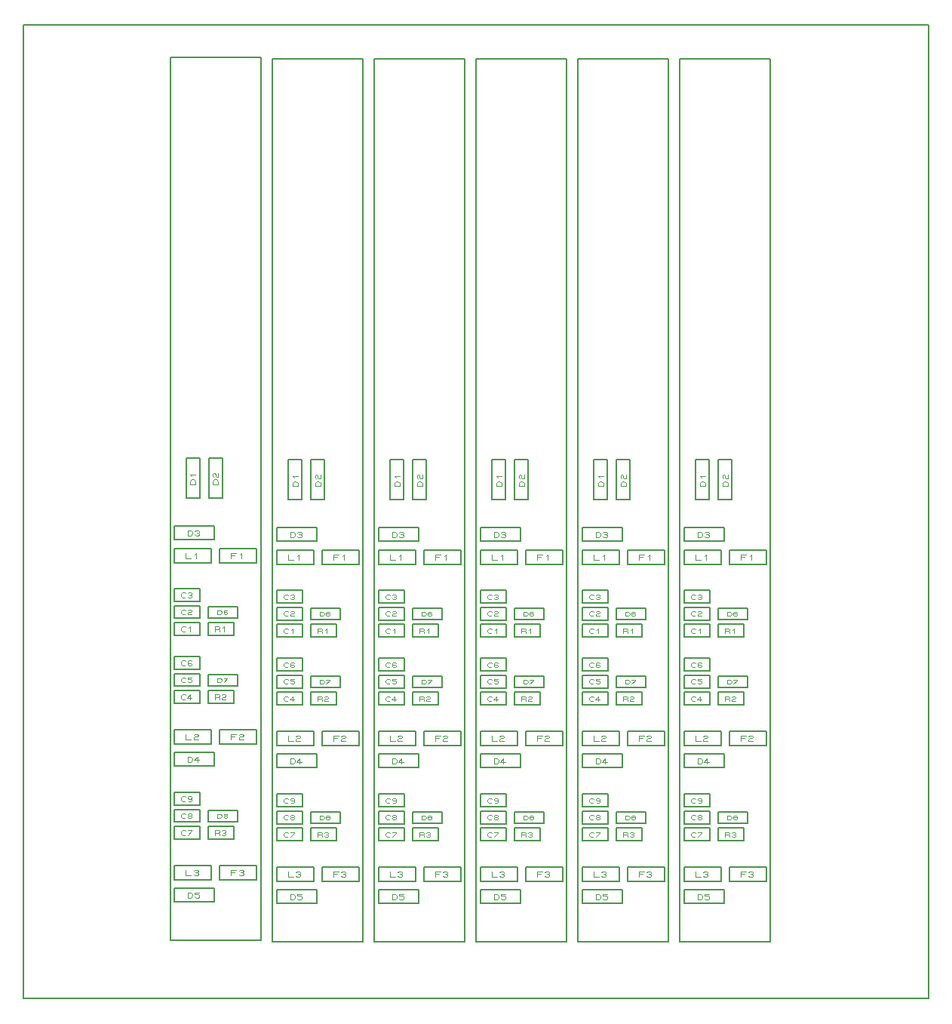
<source format=gbr>
G04 PROTEUS RS274X GERBER FILE*
%FSLAX45Y45*%
%MOMM*%
G01*
%ADD13C,0.203200*%
%ADD72C,0.085340*%
%ADD73C,0.091440*%
%ADD30C,0.098470*%
%ADD31C,0.078190*%
D13*
X-3435294Y-2648588D02*
X-2419294Y-2648588D01*
X-2419294Y+7257412D01*
X-3435294Y+7257412D01*
X-3435294Y-2648588D01*
X-3389574Y+775332D02*
X-3100014Y+775332D01*
X-3100014Y+917572D01*
X-3389574Y+917572D01*
X-3389574Y+775332D01*
D72*
X-3261863Y+829383D02*
X-3270398Y+820848D01*
X-3296001Y+820848D01*
X-3313069Y+837917D01*
X-3313069Y+854986D01*
X-3296001Y+872055D01*
X-3270398Y+872055D01*
X-3261863Y+863520D01*
X-3227726Y+854986D02*
X-3210657Y+872055D01*
X-3210657Y+820848D01*
D13*
X-3389574Y+965832D02*
X-3100014Y+965832D01*
X-3100014Y+1108072D01*
X-3389574Y+1108072D01*
X-3389574Y+965832D01*
D72*
X-3261863Y+1019883D02*
X-3270398Y+1011348D01*
X-3296001Y+1011348D01*
X-3313069Y+1028417D01*
X-3313069Y+1045486D01*
X-3296001Y+1062555D01*
X-3270398Y+1062555D01*
X-3261863Y+1054020D01*
X-3236260Y+1054020D02*
X-3227726Y+1062555D01*
X-3202123Y+1062555D01*
X-3193588Y+1054020D01*
X-3193588Y+1045486D01*
X-3202123Y+1036952D01*
X-3227726Y+1036952D01*
X-3236260Y+1028417D01*
X-3236260Y+1011348D01*
X-3193588Y+1011348D01*
D13*
X-3389574Y+1156332D02*
X-3100014Y+1156332D01*
X-3100014Y+1298572D01*
X-3389574Y+1298572D01*
X-3389574Y+1156332D01*
D72*
X-3261863Y+1210383D02*
X-3270398Y+1201848D01*
X-3296001Y+1201848D01*
X-3313069Y+1218917D01*
X-3313069Y+1235986D01*
X-3296001Y+1253055D01*
X-3270398Y+1253055D01*
X-3261863Y+1244520D01*
X-3236260Y+1244520D02*
X-3227726Y+1253055D01*
X-3202123Y+1253055D01*
X-3193588Y+1244520D01*
X-3193588Y+1235986D01*
X-3202123Y+1227452D01*
X-3193588Y+1218917D01*
X-3193588Y+1210383D01*
X-3202123Y+1201848D01*
X-3227726Y+1201848D01*
X-3236260Y+1210383D01*
X-3219191Y+1227452D02*
X-3202123Y+1227452D01*
D13*
X-3389574Y+13332D02*
X-3100014Y+13332D01*
X-3100014Y+155572D01*
X-3389574Y+155572D01*
X-3389574Y+13332D01*
D72*
X-3261863Y+67383D02*
X-3270398Y+58848D01*
X-3296001Y+58848D01*
X-3313069Y+75917D01*
X-3313069Y+92986D01*
X-3296001Y+110055D01*
X-3270398Y+110055D01*
X-3261863Y+101520D01*
X-3193588Y+75917D02*
X-3244794Y+75917D01*
X-3210657Y+110055D01*
X-3210657Y+58848D01*
D13*
X-3389574Y+203832D02*
X-3100014Y+203832D01*
X-3100014Y+346072D01*
X-3389574Y+346072D01*
X-3389574Y+203832D01*
D72*
X-3261863Y+257883D02*
X-3270398Y+249348D01*
X-3296001Y+249348D01*
X-3313069Y+266417D01*
X-3313069Y+283486D01*
X-3296001Y+300555D01*
X-3270398Y+300555D01*
X-3261863Y+292020D01*
X-3193588Y+300555D02*
X-3236260Y+300555D01*
X-3236260Y+283486D01*
X-3202123Y+283486D01*
X-3193588Y+274952D01*
X-3193588Y+257883D01*
X-3202123Y+249348D01*
X-3227726Y+249348D01*
X-3236260Y+257883D01*
D13*
X-3389574Y+394332D02*
X-3100014Y+394332D01*
X-3100014Y+536572D01*
X-3389574Y+536572D01*
X-3389574Y+394332D01*
D72*
X-3261863Y+448383D02*
X-3270398Y+439848D01*
X-3296001Y+439848D01*
X-3313069Y+456917D01*
X-3313069Y+473986D01*
X-3296001Y+491055D01*
X-3270398Y+491055D01*
X-3261863Y+482520D01*
X-3193588Y+482520D02*
X-3202123Y+491055D01*
X-3227726Y+491055D01*
X-3236260Y+482520D01*
X-3236260Y+448383D01*
X-3227726Y+439848D01*
X-3202123Y+439848D01*
X-3193588Y+448383D01*
X-3193588Y+456917D01*
X-3202123Y+465452D01*
X-3236260Y+465452D01*
D13*
X-3389574Y-1510668D02*
X-3100014Y-1510668D01*
X-3100014Y-1368428D01*
X-3389574Y-1368428D01*
X-3389574Y-1510668D01*
D72*
X-3261863Y-1456617D02*
X-3270398Y-1465152D01*
X-3296001Y-1465152D01*
X-3313069Y-1448083D01*
X-3313069Y-1431014D01*
X-3296001Y-1413945D01*
X-3270398Y-1413945D01*
X-3261863Y-1422480D01*
X-3236260Y-1413945D02*
X-3193588Y-1413945D01*
X-3193588Y-1422480D01*
X-3236260Y-1465152D01*
D13*
X-3389574Y-1320168D02*
X-3100014Y-1320168D01*
X-3100014Y-1177928D01*
X-3389574Y-1177928D01*
X-3389574Y-1320168D01*
D72*
X-3261863Y-1266117D02*
X-3270398Y-1274652D01*
X-3296001Y-1274652D01*
X-3313069Y-1257583D01*
X-3313069Y-1240514D01*
X-3296001Y-1223445D01*
X-3270398Y-1223445D01*
X-3261863Y-1231980D01*
X-3227726Y-1249048D02*
X-3236260Y-1240514D01*
X-3236260Y-1231980D01*
X-3227726Y-1223445D01*
X-3202123Y-1223445D01*
X-3193588Y-1231980D01*
X-3193588Y-1240514D01*
X-3202123Y-1249048D01*
X-3227726Y-1249048D01*
X-3236260Y-1257583D01*
X-3236260Y-1266117D01*
X-3227726Y-1274652D01*
X-3202123Y-1274652D01*
X-3193588Y-1266117D01*
X-3193588Y-1257583D01*
X-3202123Y-1249048D01*
D13*
X-3389574Y-1129668D02*
X-3100014Y-1129668D01*
X-3100014Y-987428D01*
X-3389574Y-987428D01*
X-3389574Y-1129668D01*
D72*
X-3261863Y-1075617D02*
X-3270398Y-1084152D01*
X-3296001Y-1084152D01*
X-3313069Y-1067083D01*
X-3313069Y-1050014D01*
X-3296001Y-1032945D01*
X-3270398Y-1032945D01*
X-3261863Y-1041480D01*
X-3193588Y-1050014D02*
X-3202123Y-1058548D01*
X-3227726Y-1058548D01*
X-3236260Y-1050014D01*
X-3236260Y-1041480D01*
X-3227726Y-1032945D01*
X-3202123Y-1032945D01*
X-3193588Y-1041480D01*
X-3193588Y-1075617D01*
X-3202123Y-1084152D01*
X-3227726Y-1084152D01*
D13*
X-3257494Y+2318252D02*
X-3105094Y+2318252D01*
X-3105094Y+2766692D01*
X-3257494Y+2766692D01*
X-3257494Y+2318252D01*
D73*
X-3153862Y+2469320D02*
X-3208726Y+2469320D01*
X-3208726Y+2505896D01*
X-3190438Y+2524184D01*
X-3172150Y+2524184D01*
X-3153862Y+2505896D01*
X-3153862Y+2469320D01*
X-3190438Y+2560760D02*
X-3208726Y+2579048D01*
X-3153862Y+2579048D01*
D13*
X-3003494Y+2318252D02*
X-2851094Y+2318252D01*
X-2851094Y+2766692D01*
X-3003494Y+2766692D01*
X-3003494Y+2318252D01*
D73*
X-2899862Y+2469320D02*
X-2954726Y+2469320D01*
X-2954726Y+2505896D01*
X-2936438Y+2524184D01*
X-2918150Y+2524184D01*
X-2899862Y+2505896D01*
X-2899862Y+2469320D01*
X-2945582Y+2551616D02*
X-2954726Y+2560760D01*
X-2954726Y+2588192D01*
X-2945582Y+2597336D01*
X-2936438Y+2597336D01*
X-2927294Y+2588192D01*
X-2927294Y+2560760D01*
X-2918150Y+2551616D01*
X-2899862Y+2551616D01*
X-2899862Y+2597336D01*
D13*
X-3389574Y+1847212D02*
X-2941134Y+1847212D01*
X-2941134Y+1999612D01*
X-3389574Y+1999612D01*
X-3389574Y+1847212D01*
D73*
X-3238506Y+1895980D02*
X-3238506Y+1950844D01*
X-3201930Y+1950844D01*
X-3183642Y+1932556D01*
X-3183642Y+1914268D01*
X-3201930Y+1895980D01*
X-3238506Y+1895980D01*
X-3156210Y+1941700D02*
X-3147066Y+1950844D01*
X-3119634Y+1950844D01*
X-3110490Y+1941700D01*
X-3110490Y+1932556D01*
X-3119634Y+1923412D01*
X-3110490Y+1914268D01*
X-3110490Y+1905124D01*
X-3119634Y+1895980D01*
X-3147066Y+1895980D01*
X-3156210Y+1905124D01*
X-3137922Y+1923412D02*
X-3119634Y+1923412D01*
D13*
X-3389574Y-692788D02*
X-2941134Y-692788D01*
X-2941134Y-540388D01*
X-3389574Y-540388D01*
X-3389574Y-692788D01*
D73*
X-3238506Y-644020D02*
X-3238506Y-589156D01*
X-3201930Y-589156D01*
X-3183642Y-607444D01*
X-3183642Y-625732D01*
X-3201930Y-644020D01*
X-3238506Y-644020D01*
X-3110490Y-625732D02*
X-3165354Y-625732D01*
X-3128778Y-589156D01*
X-3128778Y-644020D01*
D13*
X-3389574Y-2216788D02*
X-2941134Y-2216788D01*
X-2941134Y-2064388D01*
X-3389574Y-2064388D01*
X-3389574Y-2216788D01*
D73*
X-3238506Y-2168020D02*
X-3238506Y-2113156D01*
X-3201930Y-2113156D01*
X-3183642Y-2131444D01*
X-3183642Y-2149732D01*
X-3201930Y-2168020D01*
X-3238506Y-2168020D01*
X-3110490Y-2113156D02*
X-3156210Y-2113156D01*
X-3156210Y-2131444D01*
X-3119634Y-2131444D01*
X-3110490Y-2140588D01*
X-3110490Y-2158876D01*
X-3119634Y-2168020D01*
X-3147066Y-2168020D01*
X-3156210Y-2158876D01*
D13*
X-3389574Y+1587352D02*
X-2973014Y+1587352D01*
X-2973014Y+1751472D01*
X-3389574Y+1751472D01*
X-3389574Y+1587352D01*
D30*
X-3260071Y+1698953D02*
X-3260071Y+1639870D01*
X-3200989Y+1639870D01*
X-3161600Y+1679259D02*
X-3141906Y+1698953D01*
X-3141906Y+1639870D01*
D13*
X-3389574Y-444648D02*
X-2973014Y-444648D01*
X-2973014Y-280528D01*
X-3389574Y-280528D01*
X-3389574Y-444648D01*
D30*
X-3260071Y-333047D02*
X-3260071Y-392130D01*
X-3200989Y-392130D01*
X-3171447Y-342894D02*
X-3161600Y-333047D01*
X-3132059Y-333047D01*
X-3122212Y-342894D01*
X-3122212Y-352741D01*
X-3132059Y-362588D01*
X-3161600Y-362588D01*
X-3171447Y-372436D01*
X-3171447Y-392130D01*
X-3122212Y-392130D01*
D13*
X-3389574Y-1968648D02*
X-2973014Y-1968648D01*
X-2973014Y-1804528D01*
X-3389574Y-1804528D01*
X-3389574Y-1968648D01*
D30*
X-3260071Y-1857047D02*
X-3260071Y-1916130D01*
X-3200989Y-1916130D01*
X-3171447Y-1866894D02*
X-3161600Y-1857047D01*
X-3132059Y-1857047D01*
X-3122212Y-1866894D01*
X-3122212Y-1876741D01*
X-3132059Y-1886588D01*
X-3122212Y-1896436D01*
X-3122212Y-1906283D01*
X-3132059Y-1916130D01*
X-3161600Y-1916130D01*
X-3171447Y-1906283D01*
X-3151753Y-1886588D02*
X-3132059Y-1886588D01*
D13*
X-2881574Y+1587352D02*
X-2465014Y+1587352D01*
X-2465014Y+1751472D01*
X-2881574Y+1751472D01*
X-2881574Y+1587352D01*
D30*
X-2752071Y+1639870D02*
X-2752071Y+1698953D01*
X-2692989Y+1698953D01*
X-2752071Y+1669412D02*
X-2712683Y+1669412D01*
X-2653600Y+1679259D02*
X-2633906Y+1698953D01*
X-2633906Y+1639870D01*
D13*
X-2881574Y-444648D02*
X-2465014Y-444648D01*
X-2465014Y-280528D01*
X-2881574Y-280528D01*
X-2881574Y-444648D01*
D30*
X-2752071Y-392130D02*
X-2752071Y-333047D01*
X-2692989Y-333047D01*
X-2752071Y-362588D02*
X-2712683Y-362588D01*
X-2663447Y-342894D02*
X-2653600Y-333047D01*
X-2624059Y-333047D01*
X-2614212Y-342894D01*
X-2614212Y-352741D01*
X-2624059Y-362588D01*
X-2653600Y-362588D01*
X-2663447Y-372436D01*
X-2663447Y-392130D01*
X-2614212Y-392130D01*
D13*
X-2881574Y-1968648D02*
X-2465014Y-1968648D01*
X-2465014Y-1804528D01*
X-2881574Y-1804528D01*
X-2881574Y-1968648D01*
D30*
X-2752071Y-1916130D02*
X-2752071Y-1857047D01*
X-2692989Y-1857047D01*
X-2752071Y-1886588D02*
X-2712683Y-1886588D01*
X-2663447Y-1866894D02*
X-2653600Y-1857047D01*
X-2624059Y-1857047D01*
X-2614212Y-1866894D01*
X-2614212Y-1876741D01*
X-2624059Y-1886588D01*
X-2614212Y-1896436D01*
X-2614212Y-1906283D01*
X-2624059Y-1916130D01*
X-2653600Y-1916130D01*
X-2663447Y-1906283D01*
X-2643753Y-1886588D02*
X-2624059Y-1886588D01*
D13*
X-3008574Y+13332D02*
X-2719014Y+13332D01*
X-2719014Y+155572D01*
X-3008574Y+155572D01*
X-3008574Y+13332D01*
D72*
X-2932069Y+58848D02*
X-2932069Y+110055D01*
X-2889398Y+110055D01*
X-2880863Y+101520D01*
X-2880863Y+92986D01*
X-2889398Y+84452D01*
X-2932069Y+84452D01*
X-2889398Y+84452D02*
X-2880863Y+75917D01*
X-2880863Y+58848D01*
X-2855260Y+101520D02*
X-2846726Y+110055D01*
X-2821123Y+110055D01*
X-2812588Y+101520D01*
X-2812588Y+92986D01*
X-2821123Y+84452D01*
X-2846726Y+84452D01*
X-2855260Y+75917D01*
X-2855260Y+58848D01*
X-2812588Y+58848D01*
D13*
X-3008574Y+969252D02*
X-2673634Y+969252D01*
X-2673634Y+1099572D01*
X-3008574Y+1099572D01*
X-3008574Y+969252D01*
D31*
X-2903657Y+1010954D02*
X-2903657Y+1057869D01*
X-2872381Y+1057869D01*
X-2856743Y+1042231D01*
X-2856743Y+1026592D01*
X-2872381Y+1010954D01*
X-2903657Y+1010954D01*
X-2794190Y+1050050D02*
X-2802009Y+1057869D01*
X-2825466Y+1057869D01*
X-2833285Y+1050050D01*
X-2833285Y+1018773D01*
X-2825466Y+1010954D01*
X-2802009Y+1010954D01*
X-2794190Y+1018773D01*
X-2794190Y+1026592D01*
X-2802009Y+1034412D01*
X-2833285Y+1034412D01*
D13*
X-3008574Y+207252D02*
X-2673634Y+207252D01*
X-2673634Y+337572D01*
X-3008574Y+337572D01*
X-3008574Y+207252D01*
D31*
X-2903657Y+248954D02*
X-2903657Y+295869D01*
X-2872381Y+295869D01*
X-2856743Y+280231D01*
X-2856743Y+264592D01*
X-2872381Y+248954D01*
X-2903657Y+248954D01*
X-2833285Y+295869D02*
X-2794190Y+295869D01*
X-2794190Y+288050D01*
X-2833285Y+248954D01*
D13*
X-3008574Y-1316748D02*
X-2673634Y-1316748D01*
X-2673634Y-1186428D01*
X-3008574Y-1186428D01*
X-3008574Y-1316748D01*
D31*
X-2903657Y-1275046D02*
X-2903657Y-1228131D01*
X-2872381Y-1228131D01*
X-2856743Y-1243769D01*
X-2856743Y-1259408D01*
X-2872381Y-1275046D01*
X-2903657Y-1275046D01*
X-2825466Y-1251588D02*
X-2833285Y-1243769D01*
X-2833285Y-1235950D01*
X-2825466Y-1228131D01*
X-2802009Y-1228131D01*
X-2794190Y-1235950D01*
X-2794190Y-1243769D01*
X-2802009Y-1251588D01*
X-2825466Y-1251588D01*
X-2833285Y-1259408D01*
X-2833285Y-1267227D01*
X-2825466Y-1275046D01*
X-2802009Y-1275046D01*
X-2794190Y-1267227D01*
X-2794190Y-1259408D01*
X-2802009Y-1251588D01*
D13*
X-3008574Y-1510668D02*
X-2719014Y-1510668D01*
X-2719014Y-1368428D01*
X-3008574Y-1368428D01*
X-3008574Y-1510668D01*
D72*
X-2932069Y-1465152D02*
X-2932069Y-1413945D01*
X-2889398Y-1413945D01*
X-2880863Y-1422480D01*
X-2880863Y-1431014D01*
X-2889398Y-1439548D01*
X-2932069Y-1439548D01*
X-2889398Y-1439548D02*
X-2880863Y-1448083D01*
X-2880863Y-1465152D01*
X-2855260Y-1422480D02*
X-2846726Y-1413945D01*
X-2821123Y-1413945D01*
X-2812588Y-1422480D01*
X-2812588Y-1431014D01*
X-2821123Y-1439548D01*
X-2812588Y-1448083D01*
X-2812588Y-1456617D01*
X-2821123Y-1465152D01*
X-2846726Y-1465152D01*
X-2855260Y-1456617D01*
X-2838191Y-1439548D02*
X-2821123Y-1439548D01*
D13*
X-3008574Y+775332D02*
X-2719014Y+775332D01*
X-2719014Y+917572D01*
X-3008574Y+917572D01*
X-3008574Y+775332D01*
D72*
X-2932069Y+820848D02*
X-2932069Y+872055D01*
X-2889398Y+872055D01*
X-2880863Y+863520D01*
X-2880863Y+854986D01*
X-2889398Y+846452D01*
X-2932069Y+846452D01*
X-2889398Y+846452D02*
X-2880863Y+837917D01*
X-2880863Y+820848D01*
X-2846726Y+854986D02*
X-2829657Y+872055D01*
X-2829657Y+820848D01*
X-2829657Y+820848D01*
D13*
X-2286000Y-2667000D02*
X-1270000Y-2667000D01*
X-1270000Y+7239000D01*
X-2286000Y+7239000D01*
X-2286000Y-2667000D01*
X-2240280Y+756920D02*
X-1950720Y+756920D01*
X-1950720Y+899160D01*
X-2240280Y+899160D01*
X-2240280Y+756920D01*
D72*
X-2112569Y+810971D02*
X-2121104Y+802436D01*
X-2146707Y+802436D01*
X-2163775Y+819505D01*
X-2163775Y+836574D01*
X-2146707Y+853643D01*
X-2121104Y+853643D01*
X-2112569Y+845108D01*
X-2078432Y+836574D02*
X-2061363Y+853643D01*
X-2061363Y+802436D01*
D13*
X-2240280Y+947420D02*
X-1950720Y+947420D01*
X-1950720Y+1089660D01*
X-2240280Y+1089660D01*
X-2240280Y+947420D01*
D72*
X-2112569Y+1001471D02*
X-2121104Y+992936D01*
X-2146707Y+992936D01*
X-2163775Y+1010005D01*
X-2163775Y+1027074D01*
X-2146707Y+1044143D01*
X-2121104Y+1044143D01*
X-2112569Y+1035608D01*
X-2086966Y+1035608D02*
X-2078432Y+1044143D01*
X-2052829Y+1044143D01*
X-2044294Y+1035608D01*
X-2044294Y+1027074D01*
X-2052829Y+1018540D01*
X-2078432Y+1018540D01*
X-2086966Y+1010005D01*
X-2086966Y+992936D01*
X-2044294Y+992936D01*
D13*
X-2240280Y+1137920D02*
X-1950720Y+1137920D01*
X-1950720Y+1280160D01*
X-2240280Y+1280160D01*
X-2240280Y+1137920D01*
D72*
X-2112569Y+1191971D02*
X-2121104Y+1183436D01*
X-2146707Y+1183436D01*
X-2163775Y+1200505D01*
X-2163775Y+1217574D01*
X-2146707Y+1234643D01*
X-2121104Y+1234643D01*
X-2112569Y+1226108D01*
X-2086966Y+1226108D02*
X-2078432Y+1234643D01*
X-2052829Y+1234643D01*
X-2044294Y+1226108D01*
X-2044294Y+1217574D01*
X-2052829Y+1209040D01*
X-2044294Y+1200505D01*
X-2044294Y+1191971D01*
X-2052829Y+1183436D01*
X-2078432Y+1183436D01*
X-2086966Y+1191971D01*
X-2069897Y+1209040D02*
X-2052829Y+1209040D01*
D13*
X-2240280Y-5080D02*
X-1950720Y-5080D01*
X-1950720Y+137160D01*
X-2240280Y+137160D01*
X-2240280Y-5080D01*
D72*
X-2112569Y+48971D02*
X-2121104Y+40436D01*
X-2146707Y+40436D01*
X-2163775Y+57505D01*
X-2163775Y+74574D01*
X-2146707Y+91643D01*
X-2121104Y+91643D01*
X-2112569Y+83108D01*
X-2044294Y+57505D02*
X-2095500Y+57505D01*
X-2061363Y+91643D01*
X-2061363Y+40436D01*
D13*
X-2240280Y+185420D02*
X-1950720Y+185420D01*
X-1950720Y+327660D01*
X-2240280Y+327660D01*
X-2240280Y+185420D01*
D72*
X-2112569Y+239471D02*
X-2121104Y+230936D01*
X-2146707Y+230936D01*
X-2163775Y+248005D01*
X-2163775Y+265074D01*
X-2146707Y+282143D01*
X-2121104Y+282143D01*
X-2112569Y+273608D01*
X-2044294Y+282143D02*
X-2086966Y+282143D01*
X-2086966Y+265074D01*
X-2052829Y+265074D01*
X-2044294Y+256540D01*
X-2044294Y+239471D01*
X-2052829Y+230936D01*
X-2078432Y+230936D01*
X-2086966Y+239471D01*
D13*
X-2240280Y+375920D02*
X-1950720Y+375920D01*
X-1950720Y+518160D01*
X-2240280Y+518160D01*
X-2240280Y+375920D01*
D72*
X-2112569Y+429971D02*
X-2121104Y+421436D01*
X-2146707Y+421436D01*
X-2163775Y+438505D01*
X-2163775Y+455574D01*
X-2146707Y+472643D01*
X-2121104Y+472643D01*
X-2112569Y+464108D01*
X-2044294Y+464108D02*
X-2052829Y+472643D01*
X-2078432Y+472643D01*
X-2086966Y+464108D01*
X-2086966Y+429971D01*
X-2078432Y+421436D01*
X-2052829Y+421436D01*
X-2044294Y+429971D01*
X-2044294Y+438505D01*
X-2052829Y+447040D01*
X-2086966Y+447040D01*
D13*
X-2240280Y-1529080D02*
X-1950720Y-1529080D01*
X-1950720Y-1386840D01*
X-2240280Y-1386840D01*
X-2240280Y-1529080D01*
D72*
X-2112569Y-1475029D02*
X-2121104Y-1483564D01*
X-2146707Y-1483564D01*
X-2163775Y-1466495D01*
X-2163775Y-1449426D01*
X-2146707Y-1432357D01*
X-2121104Y-1432357D01*
X-2112569Y-1440892D01*
X-2086966Y-1432357D02*
X-2044294Y-1432357D01*
X-2044294Y-1440892D01*
X-2086966Y-1483564D01*
D13*
X-2240280Y-1338580D02*
X-1950720Y-1338580D01*
X-1950720Y-1196340D01*
X-2240280Y-1196340D01*
X-2240280Y-1338580D01*
D72*
X-2112569Y-1284529D02*
X-2121104Y-1293064D01*
X-2146707Y-1293064D01*
X-2163775Y-1275995D01*
X-2163775Y-1258926D01*
X-2146707Y-1241857D01*
X-2121104Y-1241857D01*
X-2112569Y-1250392D01*
X-2078432Y-1267460D02*
X-2086966Y-1258926D01*
X-2086966Y-1250392D01*
X-2078432Y-1241857D01*
X-2052829Y-1241857D01*
X-2044294Y-1250392D01*
X-2044294Y-1258926D01*
X-2052829Y-1267460D01*
X-2078432Y-1267460D01*
X-2086966Y-1275995D01*
X-2086966Y-1284529D01*
X-2078432Y-1293064D01*
X-2052829Y-1293064D01*
X-2044294Y-1284529D01*
X-2044294Y-1275995D01*
X-2052829Y-1267460D01*
D13*
X-2240280Y-1148080D02*
X-1950720Y-1148080D01*
X-1950720Y-1005840D01*
X-2240280Y-1005840D01*
X-2240280Y-1148080D01*
D72*
X-2112569Y-1094029D02*
X-2121104Y-1102564D01*
X-2146707Y-1102564D01*
X-2163775Y-1085495D01*
X-2163775Y-1068426D01*
X-2146707Y-1051357D01*
X-2121104Y-1051357D01*
X-2112569Y-1059892D01*
X-2044294Y-1068426D02*
X-2052829Y-1076960D01*
X-2078432Y-1076960D01*
X-2086966Y-1068426D01*
X-2086966Y-1059892D01*
X-2078432Y-1051357D01*
X-2052829Y-1051357D01*
X-2044294Y-1059892D01*
X-2044294Y-1094029D01*
X-2052829Y-1102564D01*
X-2078432Y-1102564D01*
D13*
X-2108200Y+2299840D02*
X-1955800Y+2299840D01*
X-1955800Y+2748280D01*
X-2108200Y+2748280D01*
X-2108200Y+2299840D01*
D73*
X-2004568Y+2450908D02*
X-2059432Y+2450908D01*
X-2059432Y+2487484D01*
X-2041144Y+2505772D01*
X-2022856Y+2505772D01*
X-2004568Y+2487484D01*
X-2004568Y+2450908D01*
X-2041144Y+2542348D02*
X-2059432Y+2560636D01*
X-2004568Y+2560636D01*
D13*
X-1854200Y+2299840D02*
X-1701800Y+2299840D01*
X-1701800Y+2748280D01*
X-1854200Y+2748280D01*
X-1854200Y+2299840D01*
D73*
X-1750568Y+2450908D02*
X-1805432Y+2450908D01*
X-1805432Y+2487484D01*
X-1787144Y+2505772D01*
X-1768856Y+2505772D01*
X-1750568Y+2487484D01*
X-1750568Y+2450908D01*
X-1796288Y+2533204D02*
X-1805432Y+2542348D01*
X-1805432Y+2569780D01*
X-1796288Y+2578924D01*
X-1787144Y+2578924D01*
X-1778000Y+2569780D01*
X-1778000Y+2542348D01*
X-1768856Y+2533204D01*
X-1750568Y+2533204D01*
X-1750568Y+2578924D01*
D13*
X-2240280Y+1828800D02*
X-1791840Y+1828800D01*
X-1791840Y+1981200D01*
X-2240280Y+1981200D01*
X-2240280Y+1828800D01*
D73*
X-2089212Y+1877568D02*
X-2089212Y+1932432D01*
X-2052636Y+1932432D01*
X-2034348Y+1914144D01*
X-2034348Y+1895856D01*
X-2052636Y+1877568D01*
X-2089212Y+1877568D01*
X-2006916Y+1923288D02*
X-1997772Y+1932432D01*
X-1970340Y+1932432D01*
X-1961196Y+1923288D01*
X-1961196Y+1914144D01*
X-1970340Y+1905000D01*
X-1961196Y+1895856D01*
X-1961196Y+1886712D01*
X-1970340Y+1877568D01*
X-1997772Y+1877568D01*
X-2006916Y+1886712D01*
X-1988628Y+1905000D02*
X-1970340Y+1905000D01*
D13*
X-2240280Y-711200D02*
X-1791840Y-711200D01*
X-1791840Y-558800D01*
X-2240280Y-558800D01*
X-2240280Y-711200D01*
D73*
X-2089212Y-662432D02*
X-2089212Y-607568D01*
X-2052636Y-607568D01*
X-2034348Y-625856D01*
X-2034348Y-644144D01*
X-2052636Y-662432D01*
X-2089212Y-662432D01*
X-1961196Y-644144D02*
X-2016060Y-644144D01*
X-1979484Y-607568D01*
X-1979484Y-662432D01*
D13*
X-2240280Y-2235200D02*
X-1791840Y-2235200D01*
X-1791840Y-2082800D01*
X-2240280Y-2082800D01*
X-2240280Y-2235200D01*
D73*
X-2089212Y-2186432D02*
X-2089212Y-2131568D01*
X-2052636Y-2131568D01*
X-2034348Y-2149856D01*
X-2034348Y-2168144D01*
X-2052636Y-2186432D01*
X-2089212Y-2186432D01*
X-1961196Y-2131568D02*
X-2006916Y-2131568D01*
X-2006916Y-2149856D01*
X-1970340Y-2149856D01*
X-1961196Y-2159000D01*
X-1961196Y-2177288D01*
X-1970340Y-2186432D01*
X-1997772Y-2186432D01*
X-2006916Y-2177288D01*
D13*
X-2240280Y+1568940D02*
X-1823720Y+1568940D01*
X-1823720Y+1733060D01*
X-2240280Y+1733060D01*
X-2240280Y+1568940D01*
D30*
X-2110777Y+1680541D02*
X-2110777Y+1621458D01*
X-2051695Y+1621458D01*
X-2012306Y+1660847D02*
X-1992612Y+1680541D01*
X-1992612Y+1621458D01*
D13*
X-2240280Y-463060D02*
X-1823720Y-463060D01*
X-1823720Y-298940D01*
X-2240280Y-298940D01*
X-2240280Y-463060D01*
D30*
X-2110777Y-351459D02*
X-2110777Y-410542D01*
X-2051695Y-410542D01*
X-2022153Y-361306D02*
X-2012306Y-351459D01*
X-1982765Y-351459D01*
X-1972918Y-361306D01*
X-1972918Y-371153D01*
X-1982765Y-381000D01*
X-2012306Y-381000D01*
X-2022153Y-390848D01*
X-2022153Y-410542D01*
X-1972918Y-410542D01*
D13*
X-2240280Y-1987060D02*
X-1823720Y-1987060D01*
X-1823720Y-1822940D01*
X-2240280Y-1822940D01*
X-2240280Y-1987060D01*
D30*
X-2110777Y-1875459D02*
X-2110777Y-1934542D01*
X-2051695Y-1934542D01*
X-2022153Y-1885306D02*
X-2012306Y-1875459D01*
X-1982765Y-1875459D01*
X-1972918Y-1885306D01*
X-1972918Y-1895153D01*
X-1982765Y-1905000D01*
X-1972918Y-1914848D01*
X-1972918Y-1924695D01*
X-1982765Y-1934542D01*
X-2012306Y-1934542D01*
X-2022153Y-1924695D01*
X-2002459Y-1905000D02*
X-1982765Y-1905000D01*
D13*
X-1732280Y+1568940D02*
X-1315720Y+1568940D01*
X-1315720Y+1733060D01*
X-1732280Y+1733060D01*
X-1732280Y+1568940D01*
D30*
X-1602777Y+1621458D02*
X-1602777Y+1680541D01*
X-1543695Y+1680541D01*
X-1602777Y+1651000D02*
X-1563389Y+1651000D01*
X-1504306Y+1660847D02*
X-1484612Y+1680541D01*
X-1484612Y+1621458D01*
D13*
X-1732280Y-463060D02*
X-1315720Y-463060D01*
X-1315720Y-298940D01*
X-1732280Y-298940D01*
X-1732280Y-463060D01*
D30*
X-1602777Y-410542D02*
X-1602777Y-351459D01*
X-1543695Y-351459D01*
X-1602777Y-381000D02*
X-1563389Y-381000D01*
X-1514153Y-361306D02*
X-1504306Y-351459D01*
X-1474765Y-351459D01*
X-1464918Y-361306D01*
X-1464918Y-371153D01*
X-1474765Y-381000D01*
X-1504306Y-381000D01*
X-1514153Y-390848D01*
X-1514153Y-410542D01*
X-1464918Y-410542D01*
D13*
X-1732280Y-1987060D02*
X-1315720Y-1987060D01*
X-1315720Y-1822940D01*
X-1732280Y-1822940D01*
X-1732280Y-1987060D01*
D30*
X-1602777Y-1934542D02*
X-1602777Y-1875459D01*
X-1543695Y-1875459D01*
X-1602777Y-1905000D02*
X-1563389Y-1905000D01*
X-1514153Y-1885306D02*
X-1504306Y-1875459D01*
X-1474765Y-1875459D01*
X-1464918Y-1885306D01*
X-1464918Y-1895153D01*
X-1474765Y-1905000D01*
X-1464918Y-1914848D01*
X-1464918Y-1924695D01*
X-1474765Y-1934542D01*
X-1504306Y-1934542D01*
X-1514153Y-1924695D01*
X-1494459Y-1905000D02*
X-1474765Y-1905000D01*
D13*
X-1859280Y-5080D02*
X-1569720Y-5080D01*
X-1569720Y+137160D01*
X-1859280Y+137160D01*
X-1859280Y-5080D01*
D72*
X-1782775Y+40436D02*
X-1782775Y+91643D01*
X-1740104Y+91643D01*
X-1731569Y+83108D01*
X-1731569Y+74574D01*
X-1740104Y+66040D01*
X-1782775Y+66040D01*
X-1740104Y+66040D02*
X-1731569Y+57505D01*
X-1731569Y+40436D01*
X-1705966Y+83108D02*
X-1697432Y+91643D01*
X-1671829Y+91643D01*
X-1663294Y+83108D01*
X-1663294Y+74574D01*
X-1671829Y+66040D01*
X-1697432Y+66040D01*
X-1705966Y+57505D01*
X-1705966Y+40436D01*
X-1663294Y+40436D01*
D13*
X-1859280Y+950840D02*
X-1524340Y+950840D01*
X-1524340Y+1081160D01*
X-1859280Y+1081160D01*
X-1859280Y+950840D01*
D31*
X-1754363Y+992542D02*
X-1754363Y+1039457D01*
X-1723087Y+1039457D01*
X-1707449Y+1023819D01*
X-1707449Y+1008180D01*
X-1723087Y+992542D01*
X-1754363Y+992542D01*
X-1644896Y+1031638D02*
X-1652715Y+1039457D01*
X-1676172Y+1039457D01*
X-1683991Y+1031638D01*
X-1683991Y+1000361D01*
X-1676172Y+992542D01*
X-1652715Y+992542D01*
X-1644896Y+1000361D01*
X-1644896Y+1008180D01*
X-1652715Y+1016000D01*
X-1683991Y+1016000D01*
D13*
X-1859280Y+188840D02*
X-1524340Y+188840D01*
X-1524340Y+319160D01*
X-1859280Y+319160D01*
X-1859280Y+188840D01*
D31*
X-1754363Y+230542D02*
X-1754363Y+277457D01*
X-1723087Y+277457D01*
X-1707449Y+261819D01*
X-1707449Y+246180D01*
X-1723087Y+230542D01*
X-1754363Y+230542D01*
X-1683991Y+277457D02*
X-1644896Y+277457D01*
X-1644896Y+269638D01*
X-1683991Y+230542D01*
D13*
X-1859280Y-1335160D02*
X-1524340Y-1335160D01*
X-1524340Y-1204840D01*
X-1859280Y-1204840D01*
X-1859280Y-1335160D01*
D31*
X-1754363Y-1293458D02*
X-1754363Y-1246543D01*
X-1723087Y-1246543D01*
X-1707449Y-1262181D01*
X-1707449Y-1277820D01*
X-1723087Y-1293458D01*
X-1754363Y-1293458D01*
X-1676172Y-1270000D02*
X-1683991Y-1262181D01*
X-1683991Y-1254362D01*
X-1676172Y-1246543D01*
X-1652715Y-1246543D01*
X-1644896Y-1254362D01*
X-1644896Y-1262181D01*
X-1652715Y-1270000D01*
X-1676172Y-1270000D01*
X-1683991Y-1277820D01*
X-1683991Y-1285639D01*
X-1676172Y-1293458D01*
X-1652715Y-1293458D01*
X-1644896Y-1285639D01*
X-1644896Y-1277820D01*
X-1652715Y-1270000D01*
D13*
X-1859280Y-1529080D02*
X-1569720Y-1529080D01*
X-1569720Y-1386840D01*
X-1859280Y-1386840D01*
X-1859280Y-1529080D01*
D72*
X-1782775Y-1483564D02*
X-1782775Y-1432357D01*
X-1740104Y-1432357D01*
X-1731569Y-1440892D01*
X-1731569Y-1449426D01*
X-1740104Y-1457960D01*
X-1782775Y-1457960D01*
X-1740104Y-1457960D02*
X-1731569Y-1466495D01*
X-1731569Y-1483564D01*
X-1705966Y-1440892D02*
X-1697432Y-1432357D01*
X-1671829Y-1432357D01*
X-1663294Y-1440892D01*
X-1663294Y-1449426D01*
X-1671829Y-1457960D01*
X-1663294Y-1466495D01*
X-1663294Y-1475029D01*
X-1671829Y-1483564D01*
X-1697432Y-1483564D01*
X-1705966Y-1475029D01*
X-1688897Y-1457960D02*
X-1671829Y-1457960D01*
D13*
X-1859280Y+756920D02*
X-1569720Y+756920D01*
X-1569720Y+899160D01*
X-1859280Y+899160D01*
X-1859280Y+756920D01*
D72*
X-1782775Y+802436D02*
X-1782775Y+853643D01*
X-1740104Y+853643D01*
X-1731569Y+845108D01*
X-1731569Y+836574D01*
X-1740104Y+828040D01*
X-1782775Y+828040D01*
X-1740104Y+828040D02*
X-1731569Y+819505D01*
X-1731569Y+802436D01*
X-1697432Y+836574D02*
X-1680363Y+853643D01*
X-1680363Y+802436D01*
X-1680363Y+802436D01*
D13*
X-1143000Y-2667000D02*
X-127000Y-2667000D01*
X-127000Y+7239000D01*
X-1143000Y+7239000D01*
X-1143000Y-2667000D01*
X-1097280Y+756920D02*
X-807720Y+756920D01*
X-807720Y+899160D01*
X-1097280Y+899160D01*
X-1097280Y+756920D01*
D72*
X-969569Y+810971D02*
X-978104Y+802436D01*
X-1003707Y+802436D01*
X-1020775Y+819505D01*
X-1020775Y+836574D01*
X-1003707Y+853643D01*
X-978104Y+853643D01*
X-969569Y+845108D01*
X-935432Y+836574D02*
X-918363Y+853643D01*
X-918363Y+802436D01*
D13*
X-1097280Y+947420D02*
X-807720Y+947420D01*
X-807720Y+1089660D01*
X-1097280Y+1089660D01*
X-1097280Y+947420D01*
D72*
X-969569Y+1001471D02*
X-978104Y+992936D01*
X-1003707Y+992936D01*
X-1020775Y+1010005D01*
X-1020775Y+1027074D01*
X-1003707Y+1044143D01*
X-978104Y+1044143D01*
X-969569Y+1035608D01*
X-943966Y+1035608D02*
X-935432Y+1044143D01*
X-909829Y+1044143D01*
X-901294Y+1035608D01*
X-901294Y+1027074D01*
X-909829Y+1018540D01*
X-935432Y+1018540D01*
X-943966Y+1010005D01*
X-943966Y+992936D01*
X-901294Y+992936D01*
D13*
X-1097280Y+1137920D02*
X-807720Y+1137920D01*
X-807720Y+1280160D01*
X-1097280Y+1280160D01*
X-1097280Y+1137920D01*
D72*
X-969569Y+1191971D02*
X-978104Y+1183436D01*
X-1003707Y+1183436D01*
X-1020775Y+1200505D01*
X-1020775Y+1217574D01*
X-1003707Y+1234643D01*
X-978104Y+1234643D01*
X-969569Y+1226108D01*
X-943966Y+1226108D02*
X-935432Y+1234643D01*
X-909829Y+1234643D01*
X-901294Y+1226108D01*
X-901294Y+1217574D01*
X-909829Y+1209040D01*
X-901294Y+1200505D01*
X-901294Y+1191971D01*
X-909829Y+1183436D01*
X-935432Y+1183436D01*
X-943966Y+1191971D01*
X-926897Y+1209040D02*
X-909829Y+1209040D01*
D13*
X-1097280Y-5080D02*
X-807720Y-5080D01*
X-807720Y+137160D01*
X-1097280Y+137160D01*
X-1097280Y-5080D01*
D72*
X-969569Y+48971D02*
X-978104Y+40436D01*
X-1003707Y+40436D01*
X-1020775Y+57505D01*
X-1020775Y+74574D01*
X-1003707Y+91643D01*
X-978104Y+91643D01*
X-969569Y+83108D01*
X-901294Y+57505D02*
X-952500Y+57505D01*
X-918363Y+91643D01*
X-918363Y+40436D01*
D13*
X-1097280Y+185420D02*
X-807720Y+185420D01*
X-807720Y+327660D01*
X-1097280Y+327660D01*
X-1097280Y+185420D01*
D72*
X-969569Y+239471D02*
X-978104Y+230936D01*
X-1003707Y+230936D01*
X-1020775Y+248005D01*
X-1020775Y+265074D01*
X-1003707Y+282143D01*
X-978104Y+282143D01*
X-969569Y+273608D01*
X-901294Y+282143D02*
X-943966Y+282143D01*
X-943966Y+265074D01*
X-909829Y+265074D01*
X-901294Y+256540D01*
X-901294Y+239471D01*
X-909829Y+230936D01*
X-935432Y+230936D01*
X-943966Y+239471D01*
D13*
X-1097280Y+375920D02*
X-807720Y+375920D01*
X-807720Y+518160D01*
X-1097280Y+518160D01*
X-1097280Y+375920D01*
D72*
X-969569Y+429971D02*
X-978104Y+421436D01*
X-1003707Y+421436D01*
X-1020775Y+438505D01*
X-1020775Y+455574D01*
X-1003707Y+472643D01*
X-978104Y+472643D01*
X-969569Y+464108D01*
X-901294Y+464108D02*
X-909829Y+472643D01*
X-935432Y+472643D01*
X-943966Y+464108D01*
X-943966Y+429971D01*
X-935432Y+421436D01*
X-909829Y+421436D01*
X-901294Y+429971D01*
X-901294Y+438505D01*
X-909829Y+447040D01*
X-943966Y+447040D01*
D13*
X-1097280Y-1529080D02*
X-807720Y-1529080D01*
X-807720Y-1386840D01*
X-1097280Y-1386840D01*
X-1097280Y-1529080D01*
D72*
X-969569Y-1475029D02*
X-978104Y-1483564D01*
X-1003707Y-1483564D01*
X-1020775Y-1466495D01*
X-1020775Y-1449426D01*
X-1003707Y-1432357D01*
X-978104Y-1432357D01*
X-969569Y-1440892D01*
X-943966Y-1432357D02*
X-901294Y-1432357D01*
X-901294Y-1440892D01*
X-943966Y-1483564D01*
D13*
X-1097280Y-1338580D02*
X-807720Y-1338580D01*
X-807720Y-1196340D01*
X-1097280Y-1196340D01*
X-1097280Y-1338580D01*
D72*
X-969569Y-1284529D02*
X-978104Y-1293064D01*
X-1003707Y-1293064D01*
X-1020775Y-1275995D01*
X-1020775Y-1258926D01*
X-1003707Y-1241857D01*
X-978104Y-1241857D01*
X-969569Y-1250392D01*
X-935432Y-1267460D02*
X-943966Y-1258926D01*
X-943966Y-1250392D01*
X-935432Y-1241857D01*
X-909829Y-1241857D01*
X-901294Y-1250392D01*
X-901294Y-1258926D01*
X-909829Y-1267460D01*
X-935432Y-1267460D01*
X-943966Y-1275995D01*
X-943966Y-1284529D01*
X-935432Y-1293064D01*
X-909829Y-1293064D01*
X-901294Y-1284529D01*
X-901294Y-1275995D01*
X-909829Y-1267460D01*
D13*
X-1097280Y-1148080D02*
X-807720Y-1148080D01*
X-807720Y-1005840D01*
X-1097280Y-1005840D01*
X-1097280Y-1148080D01*
D72*
X-969569Y-1094029D02*
X-978104Y-1102564D01*
X-1003707Y-1102564D01*
X-1020775Y-1085495D01*
X-1020775Y-1068426D01*
X-1003707Y-1051357D01*
X-978104Y-1051357D01*
X-969569Y-1059892D01*
X-901294Y-1068426D02*
X-909829Y-1076960D01*
X-935432Y-1076960D01*
X-943966Y-1068426D01*
X-943966Y-1059892D01*
X-935432Y-1051357D01*
X-909829Y-1051357D01*
X-901294Y-1059892D01*
X-901294Y-1094029D01*
X-909829Y-1102564D01*
X-935432Y-1102564D01*
D13*
X-965200Y+2299840D02*
X-812800Y+2299840D01*
X-812800Y+2748280D01*
X-965200Y+2748280D01*
X-965200Y+2299840D01*
D73*
X-861568Y+2450908D02*
X-916432Y+2450908D01*
X-916432Y+2487484D01*
X-898144Y+2505772D01*
X-879856Y+2505772D01*
X-861568Y+2487484D01*
X-861568Y+2450908D01*
X-898144Y+2542348D02*
X-916432Y+2560636D01*
X-861568Y+2560636D01*
D13*
X-711200Y+2299840D02*
X-558800Y+2299840D01*
X-558800Y+2748280D01*
X-711200Y+2748280D01*
X-711200Y+2299840D01*
D73*
X-607568Y+2450908D02*
X-662432Y+2450908D01*
X-662432Y+2487484D01*
X-644144Y+2505772D01*
X-625856Y+2505772D01*
X-607568Y+2487484D01*
X-607568Y+2450908D01*
X-653288Y+2533204D02*
X-662432Y+2542348D01*
X-662432Y+2569780D01*
X-653288Y+2578924D01*
X-644144Y+2578924D01*
X-635000Y+2569780D01*
X-635000Y+2542348D01*
X-625856Y+2533204D01*
X-607568Y+2533204D01*
X-607568Y+2578924D01*
D13*
X-1097280Y+1828800D02*
X-648840Y+1828800D01*
X-648840Y+1981200D01*
X-1097280Y+1981200D01*
X-1097280Y+1828800D01*
D73*
X-946212Y+1877568D02*
X-946212Y+1932432D01*
X-909636Y+1932432D01*
X-891348Y+1914144D01*
X-891348Y+1895856D01*
X-909636Y+1877568D01*
X-946212Y+1877568D01*
X-863916Y+1923288D02*
X-854772Y+1932432D01*
X-827340Y+1932432D01*
X-818196Y+1923288D01*
X-818196Y+1914144D01*
X-827340Y+1905000D01*
X-818196Y+1895856D01*
X-818196Y+1886712D01*
X-827340Y+1877568D01*
X-854772Y+1877568D01*
X-863916Y+1886712D01*
X-845628Y+1905000D02*
X-827340Y+1905000D01*
D13*
X-1097280Y-711200D02*
X-648840Y-711200D01*
X-648840Y-558800D01*
X-1097280Y-558800D01*
X-1097280Y-711200D01*
D73*
X-946212Y-662432D02*
X-946212Y-607568D01*
X-909636Y-607568D01*
X-891348Y-625856D01*
X-891348Y-644144D01*
X-909636Y-662432D01*
X-946212Y-662432D01*
X-818196Y-644144D02*
X-873060Y-644144D01*
X-836484Y-607568D01*
X-836484Y-662432D01*
D13*
X-1097280Y-2235200D02*
X-648840Y-2235200D01*
X-648840Y-2082800D01*
X-1097280Y-2082800D01*
X-1097280Y-2235200D01*
D73*
X-946212Y-2186432D02*
X-946212Y-2131568D01*
X-909636Y-2131568D01*
X-891348Y-2149856D01*
X-891348Y-2168144D01*
X-909636Y-2186432D01*
X-946212Y-2186432D01*
X-818196Y-2131568D02*
X-863916Y-2131568D01*
X-863916Y-2149856D01*
X-827340Y-2149856D01*
X-818196Y-2159000D01*
X-818196Y-2177288D01*
X-827340Y-2186432D01*
X-854772Y-2186432D01*
X-863916Y-2177288D01*
D13*
X-1097280Y+1568940D02*
X-680720Y+1568940D01*
X-680720Y+1733060D01*
X-1097280Y+1733060D01*
X-1097280Y+1568940D01*
D30*
X-967777Y+1680541D02*
X-967777Y+1621458D01*
X-908695Y+1621458D01*
X-869306Y+1660847D02*
X-849612Y+1680541D01*
X-849612Y+1621458D01*
D13*
X-1097280Y-463060D02*
X-680720Y-463060D01*
X-680720Y-298940D01*
X-1097280Y-298940D01*
X-1097280Y-463060D01*
D30*
X-967777Y-351459D02*
X-967777Y-410542D01*
X-908695Y-410542D01*
X-879153Y-361306D02*
X-869306Y-351459D01*
X-839765Y-351459D01*
X-829918Y-361306D01*
X-829918Y-371153D01*
X-839765Y-381000D01*
X-869306Y-381000D01*
X-879153Y-390848D01*
X-879153Y-410542D01*
X-829918Y-410542D01*
D13*
X-1097280Y-1987060D02*
X-680720Y-1987060D01*
X-680720Y-1822940D01*
X-1097280Y-1822940D01*
X-1097280Y-1987060D01*
D30*
X-967777Y-1875459D02*
X-967777Y-1934542D01*
X-908695Y-1934542D01*
X-879153Y-1885306D02*
X-869306Y-1875459D01*
X-839765Y-1875459D01*
X-829918Y-1885306D01*
X-829918Y-1895153D01*
X-839765Y-1905000D01*
X-829918Y-1914848D01*
X-829918Y-1924695D01*
X-839765Y-1934542D01*
X-869306Y-1934542D01*
X-879153Y-1924695D01*
X-859459Y-1905000D02*
X-839765Y-1905000D01*
D13*
X-589280Y+1568940D02*
X-172720Y+1568940D01*
X-172720Y+1733060D01*
X-589280Y+1733060D01*
X-589280Y+1568940D01*
D30*
X-459777Y+1621458D02*
X-459777Y+1680541D01*
X-400695Y+1680541D01*
X-459777Y+1651000D02*
X-420389Y+1651000D01*
X-361306Y+1660847D02*
X-341612Y+1680541D01*
X-341612Y+1621458D01*
D13*
X-589280Y-463060D02*
X-172720Y-463060D01*
X-172720Y-298940D01*
X-589280Y-298940D01*
X-589280Y-463060D01*
D30*
X-459777Y-410542D02*
X-459777Y-351459D01*
X-400695Y-351459D01*
X-459777Y-381000D02*
X-420389Y-381000D01*
X-371153Y-361306D02*
X-361306Y-351459D01*
X-331765Y-351459D01*
X-321918Y-361306D01*
X-321918Y-371153D01*
X-331765Y-381000D01*
X-361306Y-381000D01*
X-371153Y-390848D01*
X-371153Y-410542D01*
X-321918Y-410542D01*
D13*
X-589280Y-1987060D02*
X-172720Y-1987060D01*
X-172720Y-1822940D01*
X-589280Y-1822940D01*
X-589280Y-1987060D01*
D30*
X-459777Y-1934542D02*
X-459777Y-1875459D01*
X-400695Y-1875459D01*
X-459777Y-1905000D02*
X-420389Y-1905000D01*
X-371153Y-1885306D02*
X-361306Y-1875459D01*
X-331765Y-1875459D01*
X-321918Y-1885306D01*
X-321918Y-1895153D01*
X-331765Y-1905000D01*
X-321918Y-1914848D01*
X-321918Y-1924695D01*
X-331765Y-1934542D01*
X-361306Y-1934542D01*
X-371153Y-1924695D01*
X-351459Y-1905000D02*
X-331765Y-1905000D01*
D13*
X-716280Y-5080D02*
X-426720Y-5080D01*
X-426720Y+137160D01*
X-716280Y+137160D01*
X-716280Y-5080D01*
D72*
X-639775Y+40436D02*
X-639775Y+91643D01*
X-597104Y+91643D01*
X-588569Y+83108D01*
X-588569Y+74574D01*
X-597104Y+66040D01*
X-639775Y+66040D01*
X-597104Y+66040D02*
X-588569Y+57505D01*
X-588569Y+40436D01*
X-562966Y+83108D02*
X-554432Y+91643D01*
X-528829Y+91643D01*
X-520294Y+83108D01*
X-520294Y+74574D01*
X-528829Y+66040D01*
X-554432Y+66040D01*
X-562966Y+57505D01*
X-562966Y+40436D01*
X-520294Y+40436D01*
D13*
X-716280Y+950840D02*
X-381340Y+950840D01*
X-381340Y+1081160D01*
X-716280Y+1081160D01*
X-716280Y+950840D01*
D31*
X-611363Y+992542D02*
X-611363Y+1039457D01*
X-580087Y+1039457D01*
X-564449Y+1023819D01*
X-564449Y+1008180D01*
X-580087Y+992542D01*
X-611363Y+992542D01*
X-501896Y+1031638D02*
X-509715Y+1039457D01*
X-533172Y+1039457D01*
X-540991Y+1031638D01*
X-540991Y+1000361D01*
X-533172Y+992542D01*
X-509715Y+992542D01*
X-501896Y+1000361D01*
X-501896Y+1008180D01*
X-509715Y+1016000D01*
X-540991Y+1016000D01*
D13*
X-716280Y+188840D02*
X-381340Y+188840D01*
X-381340Y+319160D01*
X-716280Y+319160D01*
X-716280Y+188840D01*
D31*
X-611363Y+230542D02*
X-611363Y+277457D01*
X-580087Y+277457D01*
X-564449Y+261819D01*
X-564449Y+246180D01*
X-580087Y+230542D01*
X-611363Y+230542D01*
X-540991Y+277457D02*
X-501896Y+277457D01*
X-501896Y+269638D01*
X-540991Y+230542D01*
D13*
X-716280Y-1335160D02*
X-381340Y-1335160D01*
X-381340Y-1204840D01*
X-716280Y-1204840D01*
X-716280Y-1335160D01*
D31*
X-611363Y-1293458D02*
X-611363Y-1246543D01*
X-580087Y-1246543D01*
X-564449Y-1262181D01*
X-564449Y-1277820D01*
X-580087Y-1293458D01*
X-611363Y-1293458D01*
X-533172Y-1270000D02*
X-540991Y-1262181D01*
X-540991Y-1254362D01*
X-533172Y-1246543D01*
X-509715Y-1246543D01*
X-501896Y-1254362D01*
X-501896Y-1262181D01*
X-509715Y-1270000D01*
X-533172Y-1270000D01*
X-540991Y-1277820D01*
X-540991Y-1285639D01*
X-533172Y-1293458D01*
X-509715Y-1293458D01*
X-501896Y-1285639D01*
X-501896Y-1277820D01*
X-509715Y-1270000D01*
D13*
X-716280Y-1529080D02*
X-426720Y-1529080D01*
X-426720Y-1386840D01*
X-716280Y-1386840D01*
X-716280Y-1529080D01*
D72*
X-639775Y-1483564D02*
X-639775Y-1432357D01*
X-597104Y-1432357D01*
X-588569Y-1440892D01*
X-588569Y-1449426D01*
X-597104Y-1457960D01*
X-639775Y-1457960D01*
X-597104Y-1457960D02*
X-588569Y-1466495D01*
X-588569Y-1483564D01*
X-562966Y-1440892D02*
X-554432Y-1432357D01*
X-528829Y-1432357D01*
X-520294Y-1440892D01*
X-520294Y-1449426D01*
X-528829Y-1457960D01*
X-520294Y-1466495D01*
X-520294Y-1475029D01*
X-528829Y-1483564D01*
X-554432Y-1483564D01*
X-562966Y-1475029D01*
X-545897Y-1457960D02*
X-528829Y-1457960D01*
D13*
X-716280Y+756920D02*
X-426720Y+756920D01*
X-426720Y+899160D01*
X-716280Y+899160D01*
X-716280Y+756920D01*
D72*
X-639775Y+802436D02*
X-639775Y+853643D01*
X-597104Y+853643D01*
X-588569Y+845108D01*
X-588569Y+836574D01*
X-597104Y+828040D01*
X-639775Y+828040D01*
X-597104Y+828040D02*
X-588569Y+819505D01*
X-588569Y+802436D01*
X-554432Y+836574D02*
X-537363Y+853643D01*
X-537363Y+802436D01*
X-537363Y+802436D01*
D13*
X+0Y-2667000D02*
X+1016000Y-2667000D01*
X+1016000Y+7239000D01*
X+0Y+7239000D01*
X+0Y-2667000D01*
X+45720Y+756920D02*
X+335280Y+756920D01*
X+335280Y+899160D01*
X+45720Y+899160D01*
X+45720Y+756920D01*
D72*
X+173431Y+810971D02*
X+164896Y+802436D01*
X+139293Y+802436D01*
X+122225Y+819505D01*
X+122225Y+836574D01*
X+139293Y+853643D01*
X+164896Y+853643D01*
X+173431Y+845108D01*
X+207568Y+836574D02*
X+224637Y+853643D01*
X+224637Y+802436D01*
D13*
X+45720Y+947420D02*
X+335280Y+947420D01*
X+335280Y+1089660D01*
X+45720Y+1089660D01*
X+45720Y+947420D01*
D72*
X+173431Y+1001471D02*
X+164896Y+992936D01*
X+139293Y+992936D01*
X+122225Y+1010005D01*
X+122225Y+1027074D01*
X+139293Y+1044143D01*
X+164896Y+1044143D01*
X+173431Y+1035608D01*
X+199034Y+1035608D02*
X+207568Y+1044143D01*
X+233171Y+1044143D01*
X+241706Y+1035608D01*
X+241706Y+1027074D01*
X+233171Y+1018540D01*
X+207568Y+1018540D01*
X+199034Y+1010005D01*
X+199034Y+992936D01*
X+241706Y+992936D01*
D13*
X+45720Y+1137920D02*
X+335280Y+1137920D01*
X+335280Y+1280160D01*
X+45720Y+1280160D01*
X+45720Y+1137920D01*
D72*
X+173431Y+1191971D02*
X+164896Y+1183436D01*
X+139293Y+1183436D01*
X+122225Y+1200505D01*
X+122225Y+1217574D01*
X+139293Y+1234643D01*
X+164896Y+1234643D01*
X+173431Y+1226108D01*
X+199034Y+1226108D02*
X+207568Y+1234643D01*
X+233171Y+1234643D01*
X+241706Y+1226108D01*
X+241706Y+1217574D01*
X+233171Y+1209040D01*
X+241706Y+1200505D01*
X+241706Y+1191971D01*
X+233171Y+1183436D01*
X+207568Y+1183436D01*
X+199034Y+1191971D01*
X+216103Y+1209040D02*
X+233171Y+1209040D01*
D13*
X+45720Y-5080D02*
X+335280Y-5080D01*
X+335280Y+137160D01*
X+45720Y+137160D01*
X+45720Y-5080D01*
D72*
X+173431Y+48971D02*
X+164896Y+40436D01*
X+139293Y+40436D01*
X+122225Y+57505D01*
X+122225Y+74574D01*
X+139293Y+91643D01*
X+164896Y+91643D01*
X+173431Y+83108D01*
X+241706Y+57505D02*
X+190500Y+57505D01*
X+224637Y+91643D01*
X+224637Y+40436D01*
D13*
X+45720Y+185420D02*
X+335280Y+185420D01*
X+335280Y+327660D01*
X+45720Y+327660D01*
X+45720Y+185420D01*
D72*
X+173431Y+239471D02*
X+164896Y+230936D01*
X+139293Y+230936D01*
X+122225Y+248005D01*
X+122225Y+265074D01*
X+139293Y+282143D01*
X+164896Y+282143D01*
X+173431Y+273608D01*
X+241706Y+282143D02*
X+199034Y+282143D01*
X+199034Y+265074D01*
X+233171Y+265074D01*
X+241706Y+256540D01*
X+241706Y+239471D01*
X+233171Y+230936D01*
X+207568Y+230936D01*
X+199034Y+239471D01*
D13*
X+45720Y+375920D02*
X+335280Y+375920D01*
X+335280Y+518160D01*
X+45720Y+518160D01*
X+45720Y+375920D01*
D72*
X+173431Y+429971D02*
X+164896Y+421436D01*
X+139293Y+421436D01*
X+122225Y+438505D01*
X+122225Y+455574D01*
X+139293Y+472643D01*
X+164896Y+472643D01*
X+173431Y+464108D01*
X+241706Y+464108D02*
X+233171Y+472643D01*
X+207568Y+472643D01*
X+199034Y+464108D01*
X+199034Y+429971D01*
X+207568Y+421436D01*
X+233171Y+421436D01*
X+241706Y+429971D01*
X+241706Y+438505D01*
X+233171Y+447040D01*
X+199034Y+447040D01*
D13*
X+45720Y-1529080D02*
X+335280Y-1529080D01*
X+335280Y-1386840D01*
X+45720Y-1386840D01*
X+45720Y-1529080D01*
D72*
X+173431Y-1475029D02*
X+164896Y-1483564D01*
X+139293Y-1483564D01*
X+122225Y-1466495D01*
X+122225Y-1449426D01*
X+139293Y-1432357D01*
X+164896Y-1432357D01*
X+173431Y-1440892D01*
X+199034Y-1432357D02*
X+241706Y-1432357D01*
X+241706Y-1440892D01*
X+199034Y-1483564D01*
D13*
X+45720Y-1338580D02*
X+335280Y-1338580D01*
X+335280Y-1196340D01*
X+45720Y-1196340D01*
X+45720Y-1338580D01*
D72*
X+173431Y-1284529D02*
X+164896Y-1293064D01*
X+139293Y-1293064D01*
X+122225Y-1275995D01*
X+122225Y-1258926D01*
X+139293Y-1241857D01*
X+164896Y-1241857D01*
X+173431Y-1250392D01*
X+207568Y-1267460D02*
X+199034Y-1258926D01*
X+199034Y-1250392D01*
X+207568Y-1241857D01*
X+233171Y-1241857D01*
X+241706Y-1250392D01*
X+241706Y-1258926D01*
X+233171Y-1267460D01*
X+207568Y-1267460D01*
X+199034Y-1275995D01*
X+199034Y-1284529D01*
X+207568Y-1293064D01*
X+233171Y-1293064D01*
X+241706Y-1284529D01*
X+241706Y-1275995D01*
X+233171Y-1267460D01*
D13*
X+45720Y-1148080D02*
X+335280Y-1148080D01*
X+335280Y-1005840D01*
X+45720Y-1005840D01*
X+45720Y-1148080D01*
D72*
X+173431Y-1094029D02*
X+164896Y-1102564D01*
X+139293Y-1102564D01*
X+122225Y-1085495D01*
X+122225Y-1068426D01*
X+139293Y-1051357D01*
X+164896Y-1051357D01*
X+173431Y-1059892D01*
X+241706Y-1068426D02*
X+233171Y-1076960D01*
X+207568Y-1076960D01*
X+199034Y-1068426D01*
X+199034Y-1059892D01*
X+207568Y-1051357D01*
X+233171Y-1051357D01*
X+241706Y-1059892D01*
X+241706Y-1094029D01*
X+233171Y-1102564D01*
X+207568Y-1102564D01*
D13*
X+177800Y+2299840D02*
X+330200Y+2299840D01*
X+330200Y+2748280D01*
X+177800Y+2748280D01*
X+177800Y+2299840D01*
D73*
X+281432Y+2450908D02*
X+226568Y+2450908D01*
X+226568Y+2487484D01*
X+244856Y+2505772D01*
X+263144Y+2505772D01*
X+281432Y+2487484D01*
X+281432Y+2450908D01*
X+244856Y+2542348D02*
X+226568Y+2560636D01*
X+281432Y+2560636D01*
D13*
X+431800Y+2299840D02*
X+584200Y+2299840D01*
X+584200Y+2748280D01*
X+431800Y+2748280D01*
X+431800Y+2299840D01*
D73*
X+535432Y+2450908D02*
X+480568Y+2450908D01*
X+480568Y+2487484D01*
X+498856Y+2505772D01*
X+517144Y+2505772D01*
X+535432Y+2487484D01*
X+535432Y+2450908D01*
X+489712Y+2533204D02*
X+480568Y+2542348D01*
X+480568Y+2569780D01*
X+489712Y+2578924D01*
X+498856Y+2578924D01*
X+508000Y+2569780D01*
X+508000Y+2542348D01*
X+517144Y+2533204D01*
X+535432Y+2533204D01*
X+535432Y+2578924D01*
D13*
X+45720Y+1828800D02*
X+494160Y+1828800D01*
X+494160Y+1981200D01*
X+45720Y+1981200D01*
X+45720Y+1828800D01*
D73*
X+196788Y+1877568D02*
X+196788Y+1932432D01*
X+233364Y+1932432D01*
X+251652Y+1914144D01*
X+251652Y+1895856D01*
X+233364Y+1877568D01*
X+196788Y+1877568D01*
X+279084Y+1923288D02*
X+288228Y+1932432D01*
X+315660Y+1932432D01*
X+324804Y+1923288D01*
X+324804Y+1914144D01*
X+315660Y+1905000D01*
X+324804Y+1895856D01*
X+324804Y+1886712D01*
X+315660Y+1877568D01*
X+288228Y+1877568D01*
X+279084Y+1886712D01*
X+297372Y+1905000D02*
X+315660Y+1905000D01*
D13*
X+45720Y-711200D02*
X+494160Y-711200D01*
X+494160Y-558800D01*
X+45720Y-558800D01*
X+45720Y-711200D01*
D73*
X+196788Y-662432D02*
X+196788Y-607568D01*
X+233364Y-607568D01*
X+251652Y-625856D01*
X+251652Y-644144D01*
X+233364Y-662432D01*
X+196788Y-662432D01*
X+324804Y-644144D02*
X+269940Y-644144D01*
X+306516Y-607568D01*
X+306516Y-662432D01*
D13*
X+45720Y-2235200D02*
X+494160Y-2235200D01*
X+494160Y-2082800D01*
X+45720Y-2082800D01*
X+45720Y-2235200D01*
D73*
X+196788Y-2186432D02*
X+196788Y-2131568D01*
X+233364Y-2131568D01*
X+251652Y-2149856D01*
X+251652Y-2168144D01*
X+233364Y-2186432D01*
X+196788Y-2186432D01*
X+324804Y-2131568D02*
X+279084Y-2131568D01*
X+279084Y-2149856D01*
X+315660Y-2149856D01*
X+324804Y-2159000D01*
X+324804Y-2177288D01*
X+315660Y-2186432D01*
X+288228Y-2186432D01*
X+279084Y-2177288D01*
D13*
X+45720Y+1568940D02*
X+462280Y+1568940D01*
X+462280Y+1733060D01*
X+45720Y+1733060D01*
X+45720Y+1568940D01*
D30*
X+175223Y+1680541D02*
X+175223Y+1621458D01*
X+234305Y+1621458D01*
X+273694Y+1660847D02*
X+293388Y+1680541D01*
X+293388Y+1621458D01*
D13*
X+45720Y-463060D02*
X+462280Y-463060D01*
X+462280Y-298940D01*
X+45720Y-298940D01*
X+45720Y-463060D01*
D30*
X+175223Y-351459D02*
X+175223Y-410542D01*
X+234305Y-410542D01*
X+263847Y-361306D02*
X+273694Y-351459D01*
X+303235Y-351459D01*
X+313082Y-361306D01*
X+313082Y-371153D01*
X+303235Y-381000D01*
X+273694Y-381000D01*
X+263847Y-390848D01*
X+263847Y-410542D01*
X+313082Y-410542D01*
D13*
X+45720Y-1987060D02*
X+462280Y-1987060D01*
X+462280Y-1822940D01*
X+45720Y-1822940D01*
X+45720Y-1987060D01*
D30*
X+175223Y-1875459D02*
X+175223Y-1934542D01*
X+234305Y-1934542D01*
X+263847Y-1885306D02*
X+273694Y-1875459D01*
X+303235Y-1875459D01*
X+313082Y-1885306D01*
X+313082Y-1895153D01*
X+303235Y-1905000D01*
X+313082Y-1914848D01*
X+313082Y-1924695D01*
X+303235Y-1934542D01*
X+273694Y-1934542D01*
X+263847Y-1924695D01*
X+283541Y-1905000D02*
X+303235Y-1905000D01*
D13*
X+553720Y+1568940D02*
X+970280Y+1568940D01*
X+970280Y+1733060D01*
X+553720Y+1733060D01*
X+553720Y+1568940D01*
D30*
X+683223Y+1621458D02*
X+683223Y+1680541D01*
X+742305Y+1680541D01*
X+683223Y+1651000D02*
X+722611Y+1651000D01*
X+781694Y+1660847D02*
X+801388Y+1680541D01*
X+801388Y+1621458D01*
D13*
X+553720Y-463060D02*
X+970280Y-463060D01*
X+970280Y-298940D01*
X+553720Y-298940D01*
X+553720Y-463060D01*
D30*
X+683223Y-410542D02*
X+683223Y-351459D01*
X+742305Y-351459D01*
X+683223Y-381000D02*
X+722611Y-381000D01*
X+771847Y-361306D02*
X+781694Y-351459D01*
X+811235Y-351459D01*
X+821082Y-361306D01*
X+821082Y-371153D01*
X+811235Y-381000D01*
X+781694Y-381000D01*
X+771847Y-390848D01*
X+771847Y-410542D01*
X+821082Y-410542D01*
D13*
X+553720Y-1987060D02*
X+970280Y-1987060D01*
X+970280Y-1822940D01*
X+553720Y-1822940D01*
X+553720Y-1987060D01*
D30*
X+683223Y-1934542D02*
X+683223Y-1875459D01*
X+742305Y-1875459D01*
X+683223Y-1905000D02*
X+722611Y-1905000D01*
X+771847Y-1885306D02*
X+781694Y-1875459D01*
X+811235Y-1875459D01*
X+821082Y-1885306D01*
X+821082Y-1895153D01*
X+811235Y-1905000D01*
X+821082Y-1914848D01*
X+821082Y-1924695D01*
X+811235Y-1934542D01*
X+781694Y-1934542D01*
X+771847Y-1924695D01*
X+791541Y-1905000D02*
X+811235Y-1905000D01*
D13*
X+426720Y-5080D02*
X+716280Y-5080D01*
X+716280Y+137160D01*
X+426720Y+137160D01*
X+426720Y-5080D01*
D72*
X+503225Y+40436D02*
X+503225Y+91643D01*
X+545896Y+91643D01*
X+554431Y+83108D01*
X+554431Y+74574D01*
X+545896Y+66040D01*
X+503225Y+66040D01*
X+545896Y+66040D02*
X+554431Y+57505D01*
X+554431Y+40436D01*
X+580034Y+83108D02*
X+588568Y+91643D01*
X+614171Y+91643D01*
X+622706Y+83108D01*
X+622706Y+74574D01*
X+614171Y+66040D01*
X+588568Y+66040D01*
X+580034Y+57505D01*
X+580034Y+40436D01*
X+622706Y+40436D01*
D13*
X+426720Y+950840D02*
X+761660Y+950840D01*
X+761660Y+1081160D01*
X+426720Y+1081160D01*
X+426720Y+950840D01*
D31*
X+531637Y+992542D02*
X+531637Y+1039457D01*
X+562913Y+1039457D01*
X+578551Y+1023819D01*
X+578551Y+1008180D01*
X+562913Y+992542D01*
X+531637Y+992542D01*
X+641104Y+1031638D02*
X+633285Y+1039457D01*
X+609828Y+1039457D01*
X+602009Y+1031638D01*
X+602009Y+1000361D01*
X+609828Y+992542D01*
X+633285Y+992542D01*
X+641104Y+1000361D01*
X+641104Y+1008180D01*
X+633285Y+1016000D01*
X+602009Y+1016000D01*
D13*
X+426720Y+188840D02*
X+761660Y+188840D01*
X+761660Y+319160D01*
X+426720Y+319160D01*
X+426720Y+188840D01*
D31*
X+531637Y+230542D02*
X+531637Y+277457D01*
X+562913Y+277457D01*
X+578551Y+261819D01*
X+578551Y+246180D01*
X+562913Y+230542D01*
X+531637Y+230542D01*
X+602009Y+277457D02*
X+641104Y+277457D01*
X+641104Y+269638D01*
X+602009Y+230542D01*
D13*
X+426720Y-1335160D02*
X+761660Y-1335160D01*
X+761660Y-1204840D01*
X+426720Y-1204840D01*
X+426720Y-1335160D01*
D31*
X+531637Y-1293458D02*
X+531637Y-1246543D01*
X+562913Y-1246543D01*
X+578551Y-1262181D01*
X+578551Y-1277820D01*
X+562913Y-1293458D01*
X+531637Y-1293458D01*
X+609828Y-1270000D02*
X+602009Y-1262181D01*
X+602009Y-1254362D01*
X+609828Y-1246543D01*
X+633285Y-1246543D01*
X+641104Y-1254362D01*
X+641104Y-1262181D01*
X+633285Y-1270000D01*
X+609828Y-1270000D01*
X+602009Y-1277820D01*
X+602009Y-1285639D01*
X+609828Y-1293458D01*
X+633285Y-1293458D01*
X+641104Y-1285639D01*
X+641104Y-1277820D01*
X+633285Y-1270000D01*
D13*
X+426720Y-1529080D02*
X+716280Y-1529080D01*
X+716280Y-1386840D01*
X+426720Y-1386840D01*
X+426720Y-1529080D01*
D72*
X+503225Y-1483564D02*
X+503225Y-1432357D01*
X+545896Y-1432357D01*
X+554431Y-1440892D01*
X+554431Y-1449426D01*
X+545896Y-1457960D01*
X+503225Y-1457960D01*
X+545896Y-1457960D02*
X+554431Y-1466495D01*
X+554431Y-1483564D01*
X+580034Y-1440892D02*
X+588568Y-1432357D01*
X+614171Y-1432357D01*
X+622706Y-1440892D01*
X+622706Y-1449426D01*
X+614171Y-1457960D01*
X+622706Y-1466495D01*
X+622706Y-1475029D01*
X+614171Y-1483564D01*
X+588568Y-1483564D01*
X+580034Y-1475029D01*
X+597103Y-1457960D02*
X+614171Y-1457960D01*
D13*
X+426720Y+756920D02*
X+716280Y+756920D01*
X+716280Y+899160D01*
X+426720Y+899160D01*
X+426720Y+756920D01*
D72*
X+503225Y+802436D02*
X+503225Y+853643D01*
X+545896Y+853643D01*
X+554431Y+845108D01*
X+554431Y+836574D01*
X+545896Y+828040D01*
X+503225Y+828040D01*
X+545896Y+828040D02*
X+554431Y+819505D01*
X+554431Y+802436D01*
X+588568Y+836574D02*
X+605637Y+853643D01*
X+605637Y+802436D01*
X+605637Y+802436D01*
D13*
X+1143000Y-2667000D02*
X+2159000Y-2667000D01*
X+2159000Y+7239000D01*
X+1143000Y+7239000D01*
X+1143000Y-2667000D01*
X+1188720Y+756920D02*
X+1478280Y+756920D01*
X+1478280Y+899160D01*
X+1188720Y+899160D01*
X+1188720Y+756920D01*
D72*
X+1316431Y+810971D02*
X+1307896Y+802436D01*
X+1282293Y+802436D01*
X+1265225Y+819505D01*
X+1265225Y+836574D01*
X+1282293Y+853643D01*
X+1307896Y+853643D01*
X+1316431Y+845108D01*
X+1350568Y+836574D02*
X+1367637Y+853643D01*
X+1367637Y+802436D01*
D13*
X+1188720Y+947420D02*
X+1478280Y+947420D01*
X+1478280Y+1089660D01*
X+1188720Y+1089660D01*
X+1188720Y+947420D01*
D72*
X+1316431Y+1001471D02*
X+1307896Y+992936D01*
X+1282293Y+992936D01*
X+1265225Y+1010005D01*
X+1265225Y+1027074D01*
X+1282293Y+1044143D01*
X+1307896Y+1044143D01*
X+1316431Y+1035608D01*
X+1342034Y+1035608D02*
X+1350568Y+1044143D01*
X+1376171Y+1044143D01*
X+1384706Y+1035608D01*
X+1384706Y+1027074D01*
X+1376171Y+1018540D01*
X+1350568Y+1018540D01*
X+1342034Y+1010005D01*
X+1342034Y+992936D01*
X+1384706Y+992936D01*
D13*
X+1188720Y+1137920D02*
X+1478280Y+1137920D01*
X+1478280Y+1280160D01*
X+1188720Y+1280160D01*
X+1188720Y+1137920D01*
D72*
X+1316431Y+1191971D02*
X+1307896Y+1183436D01*
X+1282293Y+1183436D01*
X+1265225Y+1200505D01*
X+1265225Y+1217574D01*
X+1282293Y+1234643D01*
X+1307896Y+1234643D01*
X+1316431Y+1226108D01*
X+1342034Y+1226108D02*
X+1350568Y+1234643D01*
X+1376171Y+1234643D01*
X+1384706Y+1226108D01*
X+1384706Y+1217574D01*
X+1376171Y+1209040D01*
X+1384706Y+1200505D01*
X+1384706Y+1191971D01*
X+1376171Y+1183436D01*
X+1350568Y+1183436D01*
X+1342034Y+1191971D01*
X+1359103Y+1209040D02*
X+1376171Y+1209040D01*
D13*
X+1188720Y-5080D02*
X+1478280Y-5080D01*
X+1478280Y+137160D01*
X+1188720Y+137160D01*
X+1188720Y-5080D01*
D72*
X+1316431Y+48971D02*
X+1307896Y+40436D01*
X+1282293Y+40436D01*
X+1265225Y+57505D01*
X+1265225Y+74574D01*
X+1282293Y+91643D01*
X+1307896Y+91643D01*
X+1316431Y+83108D01*
X+1384706Y+57505D02*
X+1333500Y+57505D01*
X+1367637Y+91643D01*
X+1367637Y+40436D01*
D13*
X+1188720Y+185420D02*
X+1478280Y+185420D01*
X+1478280Y+327660D01*
X+1188720Y+327660D01*
X+1188720Y+185420D01*
D72*
X+1316431Y+239471D02*
X+1307896Y+230936D01*
X+1282293Y+230936D01*
X+1265225Y+248005D01*
X+1265225Y+265074D01*
X+1282293Y+282143D01*
X+1307896Y+282143D01*
X+1316431Y+273608D01*
X+1384706Y+282143D02*
X+1342034Y+282143D01*
X+1342034Y+265074D01*
X+1376171Y+265074D01*
X+1384706Y+256540D01*
X+1384706Y+239471D01*
X+1376171Y+230936D01*
X+1350568Y+230936D01*
X+1342034Y+239471D01*
D13*
X+1188720Y+375920D02*
X+1478280Y+375920D01*
X+1478280Y+518160D01*
X+1188720Y+518160D01*
X+1188720Y+375920D01*
D72*
X+1316431Y+429971D02*
X+1307896Y+421436D01*
X+1282293Y+421436D01*
X+1265225Y+438505D01*
X+1265225Y+455574D01*
X+1282293Y+472643D01*
X+1307896Y+472643D01*
X+1316431Y+464108D01*
X+1384706Y+464108D02*
X+1376171Y+472643D01*
X+1350568Y+472643D01*
X+1342034Y+464108D01*
X+1342034Y+429971D01*
X+1350568Y+421436D01*
X+1376171Y+421436D01*
X+1384706Y+429971D01*
X+1384706Y+438505D01*
X+1376171Y+447040D01*
X+1342034Y+447040D01*
D13*
X+1188720Y-1529080D02*
X+1478280Y-1529080D01*
X+1478280Y-1386840D01*
X+1188720Y-1386840D01*
X+1188720Y-1529080D01*
D72*
X+1316431Y-1475029D02*
X+1307896Y-1483564D01*
X+1282293Y-1483564D01*
X+1265225Y-1466495D01*
X+1265225Y-1449426D01*
X+1282293Y-1432357D01*
X+1307896Y-1432357D01*
X+1316431Y-1440892D01*
X+1342034Y-1432357D02*
X+1384706Y-1432357D01*
X+1384706Y-1440892D01*
X+1342034Y-1483564D01*
D13*
X+1188720Y-1338580D02*
X+1478280Y-1338580D01*
X+1478280Y-1196340D01*
X+1188720Y-1196340D01*
X+1188720Y-1338580D01*
D72*
X+1316431Y-1284529D02*
X+1307896Y-1293064D01*
X+1282293Y-1293064D01*
X+1265225Y-1275995D01*
X+1265225Y-1258926D01*
X+1282293Y-1241857D01*
X+1307896Y-1241857D01*
X+1316431Y-1250392D01*
X+1350568Y-1267460D02*
X+1342034Y-1258926D01*
X+1342034Y-1250392D01*
X+1350568Y-1241857D01*
X+1376171Y-1241857D01*
X+1384706Y-1250392D01*
X+1384706Y-1258926D01*
X+1376171Y-1267460D01*
X+1350568Y-1267460D01*
X+1342034Y-1275995D01*
X+1342034Y-1284529D01*
X+1350568Y-1293064D01*
X+1376171Y-1293064D01*
X+1384706Y-1284529D01*
X+1384706Y-1275995D01*
X+1376171Y-1267460D01*
D13*
X+1188720Y-1148080D02*
X+1478280Y-1148080D01*
X+1478280Y-1005840D01*
X+1188720Y-1005840D01*
X+1188720Y-1148080D01*
D72*
X+1316431Y-1094029D02*
X+1307896Y-1102564D01*
X+1282293Y-1102564D01*
X+1265225Y-1085495D01*
X+1265225Y-1068426D01*
X+1282293Y-1051357D01*
X+1307896Y-1051357D01*
X+1316431Y-1059892D01*
X+1384706Y-1068426D02*
X+1376171Y-1076960D01*
X+1350568Y-1076960D01*
X+1342034Y-1068426D01*
X+1342034Y-1059892D01*
X+1350568Y-1051357D01*
X+1376171Y-1051357D01*
X+1384706Y-1059892D01*
X+1384706Y-1094029D01*
X+1376171Y-1102564D01*
X+1350568Y-1102564D01*
D13*
X+1320800Y+2299840D02*
X+1473200Y+2299840D01*
X+1473200Y+2748280D01*
X+1320800Y+2748280D01*
X+1320800Y+2299840D01*
D73*
X+1424432Y+2450908D02*
X+1369568Y+2450908D01*
X+1369568Y+2487484D01*
X+1387856Y+2505772D01*
X+1406144Y+2505772D01*
X+1424432Y+2487484D01*
X+1424432Y+2450908D01*
X+1387856Y+2542348D02*
X+1369568Y+2560636D01*
X+1424432Y+2560636D01*
D13*
X+1574800Y+2299840D02*
X+1727200Y+2299840D01*
X+1727200Y+2748280D01*
X+1574800Y+2748280D01*
X+1574800Y+2299840D01*
D73*
X+1678432Y+2450908D02*
X+1623568Y+2450908D01*
X+1623568Y+2487484D01*
X+1641856Y+2505772D01*
X+1660144Y+2505772D01*
X+1678432Y+2487484D01*
X+1678432Y+2450908D01*
X+1632712Y+2533204D02*
X+1623568Y+2542348D01*
X+1623568Y+2569780D01*
X+1632712Y+2578924D01*
X+1641856Y+2578924D01*
X+1651000Y+2569780D01*
X+1651000Y+2542348D01*
X+1660144Y+2533204D01*
X+1678432Y+2533204D01*
X+1678432Y+2578924D01*
D13*
X+1188720Y+1828800D02*
X+1637160Y+1828800D01*
X+1637160Y+1981200D01*
X+1188720Y+1981200D01*
X+1188720Y+1828800D01*
D73*
X+1339788Y+1877568D02*
X+1339788Y+1932432D01*
X+1376364Y+1932432D01*
X+1394652Y+1914144D01*
X+1394652Y+1895856D01*
X+1376364Y+1877568D01*
X+1339788Y+1877568D01*
X+1422084Y+1923288D02*
X+1431228Y+1932432D01*
X+1458660Y+1932432D01*
X+1467804Y+1923288D01*
X+1467804Y+1914144D01*
X+1458660Y+1905000D01*
X+1467804Y+1895856D01*
X+1467804Y+1886712D01*
X+1458660Y+1877568D01*
X+1431228Y+1877568D01*
X+1422084Y+1886712D01*
X+1440372Y+1905000D02*
X+1458660Y+1905000D01*
D13*
X+1188720Y-711200D02*
X+1637160Y-711200D01*
X+1637160Y-558800D01*
X+1188720Y-558800D01*
X+1188720Y-711200D01*
D73*
X+1339788Y-662432D02*
X+1339788Y-607568D01*
X+1376364Y-607568D01*
X+1394652Y-625856D01*
X+1394652Y-644144D01*
X+1376364Y-662432D01*
X+1339788Y-662432D01*
X+1467804Y-644144D02*
X+1412940Y-644144D01*
X+1449516Y-607568D01*
X+1449516Y-662432D01*
D13*
X+1188720Y-2235200D02*
X+1637160Y-2235200D01*
X+1637160Y-2082800D01*
X+1188720Y-2082800D01*
X+1188720Y-2235200D01*
D73*
X+1339788Y-2186432D02*
X+1339788Y-2131568D01*
X+1376364Y-2131568D01*
X+1394652Y-2149856D01*
X+1394652Y-2168144D01*
X+1376364Y-2186432D01*
X+1339788Y-2186432D01*
X+1467804Y-2131568D02*
X+1422084Y-2131568D01*
X+1422084Y-2149856D01*
X+1458660Y-2149856D01*
X+1467804Y-2159000D01*
X+1467804Y-2177288D01*
X+1458660Y-2186432D01*
X+1431228Y-2186432D01*
X+1422084Y-2177288D01*
D13*
X+1188720Y+1568940D02*
X+1605280Y+1568940D01*
X+1605280Y+1733060D01*
X+1188720Y+1733060D01*
X+1188720Y+1568940D01*
D30*
X+1318223Y+1680541D02*
X+1318223Y+1621458D01*
X+1377305Y+1621458D01*
X+1416694Y+1660847D02*
X+1436388Y+1680541D01*
X+1436388Y+1621458D01*
D13*
X+1188720Y-463060D02*
X+1605280Y-463060D01*
X+1605280Y-298940D01*
X+1188720Y-298940D01*
X+1188720Y-463060D01*
D30*
X+1318223Y-351459D02*
X+1318223Y-410542D01*
X+1377305Y-410542D01*
X+1406847Y-361306D02*
X+1416694Y-351459D01*
X+1446235Y-351459D01*
X+1456082Y-361306D01*
X+1456082Y-371153D01*
X+1446235Y-381000D01*
X+1416694Y-381000D01*
X+1406847Y-390848D01*
X+1406847Y-410542D01*
X+1456082Y-410542D01*
D13*
X+1188720Y-1987060D02*
X+1605280Y-1987060D01*
X+1605280Y-1822940D01*
X+1188720Y-1822940D01*
X+1188720Y-1987060D01*
D30*
X+1318223Y-1875459D02*
X+1318223Y-1934542D01*
X+1377305Y-1934542D01*
X+1406847Y-1885306D02*
X+1416694Y-1875459D01*
X+1446235Y-1875459D01*
X+1456082Y-1885306D01*
X+1456082Y-1895153D01*
X+1446235Y-1905000D01*
X+1456082Y-1914848D01*
X+1456082Y-1924695D01*
X+1446235Y-1934542D01*
X+1416694Y-1934542D01*
X+1406847Y-1924695D01*
X+1426541Y-1905000D02*
X+1446235Y-1905000D01*
D13*
X+1696720Y+1568940D02*
X+2113280Y+1568940D01*
X+2113280Y+1733060D01*
X+1696720Y+1733060D01*
X+1696720Y+1568940D01*
D30*
X+1826223Y+1621458D02*
X+1826223Y+1680541D01*
X+1885305Y+1680541D01*
X+1826223Y+1651000D02*
X+1865611Y+1651000D01*
X+1924694Y+1660847D02*
X+1944388Y+1680541D01*
X+1944388Y+1621458D01*
D13*
X+1696720Y-463060D02*
X+2113280Y-463060D01*
X+2113280Y-298940D01*
X+1696720Y-298940D01*
X+1696720Y-463060D01*
D30*
X+1826223Y-410542D02*
X+1826223Y-351459D01*
X+1885305Y-351459D01*
X+1826223Y-381000D02*
X+1865611Y-381000D01*
X+1914847Y-361306D02*
X+1924694Y-351459D01*
X+1954235Y-351459D01*
X+1964082Y-361306D01*
X+1964082Y-371153D01*
X+1954235Y-381000D01*
X+1924694Y-381000D01*
X+1914847Y-390848D01*
X+1914847Y-410542D01*
X+1964082Y-410542D01*
D13*
X+1696720Y-1987060D02*
X+2113280Y-1987060D01*
X+2113280Y-1822940D01*
X+1696720Y-1822940D01*
X+1696720Y-1987060D01*
D30*
X+1826223Y-1934542D02*
X+1826223Y-1875459D01*
X+1885305Y-1875459D01*
X+1826223Y-1905000D02*
X+1865611Y-1905000D01*
X+1914847Y-1885306D02*
X+1924694Y-1875459D01*
X+1954235Y-1875459D01*
X+1964082Y-1885306D01*
X+1964082Y-1895153D01*
X+1954235Y-1905000D01*
X+1964082Y-1914848D01*
X+1964082Y-1924695D01*
X+1954235Y-1934542D01*
X+1924694Y-1934542D01*
X+1914847Y-1924695D01*
X+1934541Y-1905000D02*
X+1954235Y-1905000D01*
D13*
X+1569720Y-5080D02*
X+1859280Y-5080D01*
X+1859280Y+137160D01*
X+1569720Y+137160D01*
X+1569720Y-5080D01*
D72*
X+1646225Y+40436D02*
X+1646225Y+91643D01*
X+1688896Y+91643D01*
X+1697431Y+83108D01*
X+1697431Y+74574D01*
X+1688896Y+66040D01*
X+1646225Y+66040D01*
X+1688896Y+66040D02*
X+1697431Y+57505D01*
X+1697431Y+40436D01*
X+1723034Y+83108D02*
X+1731568Y+91643D01*
X+1757171Y+91643D01*
X+1765706Y+83108D01*
X+1765706Y+74574D01*
X+1757171Y+66040D01*
X+1731568Y+66040D01*
X+1723034Y+57505D01*
X+1723034Y+40436D01*
X+1765706Y+40436D01*
D13*
X+1569720Y+950840D02*
X+1904660Y+950840D01*
X+1904660Y+1081160D01*
X+1569720Y+1081160D01*
X+1569720Y+950840D01*
D31*
X+1674637Y+992542D02*
X+1674637Y+1039457D01*
X+1705913Y+1039457D01*
X+1721551Y+1023819D01*
X+1721551Y+1008180D01*
X+1705913Y+992542D01*
X+1674637Y+992542D01*
X+1784104Y+1031638D02*
X+1776285Y+1039457D01*
X+1752828Y+1039457D01*
X+1745009Y+1031638D01*
X+1745009Y+1000361D01*
X+1752828Y+992542D01*
X+1776285Y+992542D01*
X+1784104Y+1000361D01*
X+1784104Y+1008180D01*
X+1776285Y+1016000D01*
X+1745009Y+1016000D01*
D13*
X+1569720Y+188840D02*
X+1904660Y+188840D01*
X+1904660Y+319160D01*
X+1569720Y+319160D01*
X+1569720Y+188840D01*
D31*
X+1674637Y+230542D02*
X+1674637Y+277457D01*
X+1705913Y+277457D01*
X+1721551Y+261819D01*
X+1721551Y+246180D01*
X+1705913Y+230542D01*
X+1674637Y+230542D01*
X+1745009Y+277457D02*
X+1784104Y+277457D01*
X+1784104Y+269638D01*
X+1745009Y+230542D01*
D13*
X+1569720Y-1335160D02*
X+1904660Y-1335160D01*
X+1904660Y-1204840D01*
X+1569720Y-1204840D01*
X+1569720Y-1335160D01*
D31*
X+1674637Y-1293458D02*
X+1674637Y-1246543D01*
X+1705913Y-1246543D01*
X+1721551Y-1262181D01*
X+1721551Y-1277820D01*
X+1705913Y-1293458D01*
X+1674637Y-1293458D01*
X+1752828Y-1270000D02*
X+1745009Y-1262181D01*
X+1745009Y-1254362D01*
X+1752828Y-1246543D01*
X+1776285Y-1246543D01*
X+1784104Y-1254362D01*
X+1784104Y-1262181D01*
X+1776285Y-1270000D01*
X+1752828Y-1270000D01*
X+1745009Y-1277820D01*
X+1745009Y-1285639D01*
X+1752828Y-1293458D01*
X+1776285Y-1293458D01*
X+1784104Y-1285639D01*
X+1784104Y-1277820D01*
X+1776285Y-1270000D01*
D13*
X+1569720Y-1529080D02*
X+1859280Y-1529080D01*
X+1859280Y-1386840D01*
X+1569720Y-1386840D01*
X+1569720Y-1529080D01*
D72*
X+1646225Y-1483564D02*
X+1646225Y-1432357D01*
X+1688896Y-1432357D01*
X+1697431Y-1440892D01*
X+1697431Y-1449426D01*
X+1688896Y-1457960D01*
X+1646225Y-1457960D01*
X+1688896Y-1457960D02*
X+1697431Y-1466495D01*
X+1697431Y-1483564D01*
X+1723034Y-1440892D02*
X+1731568Y-1432357D01*
X+1757171Y-1432357D01*
X+1765706Y-1440892D01*
X+1765706Y-1449426D01*
X+1757171Y-1457960D01*
X+1765706Y-1466495D01*
X+1765706Y-1475029D01*
X+1757171Y-1483564D01*
X+1731568Y-1483564D01*
X+1723034Y-1475029D01*
X+1740103Y-1457960D02*
X+1757171Y-1457960D01*
D13*
X+1569720Y+756920D02*
X+1859280Y+756920D01*
X+1859280Y+899160D01*
X+1569720Y+899160D01*
X+1569720Y+756920D01*
D72*
X+1646225Y+802436D02*
X+1646225Y+853643D01*
X+1688896Y+853643D01*
X+1697431Y+845108D01*
X+1697431Y+836574D01*
X+1688896Y+828040D01*
X+1646225Y+828040D01*
X+1688896Y+828040D02*
X+1697431Y+819505D01*
X+1697431Y+802436D01*
X+1731568Y+836574D02*
X+1748637Y+853643D01*
X+1748637Y+802436D01*
X+1748637Y+802436D01*
D13*
X+2286000Y-2667000D02*
X+3302000Y-2667000D01*
X+3302000Y+7239000D01*
X+2286000Y+7239000D01*
X+2286000Y-2667000D01*
X+2331720Y+756920D02*
X+2621280Y+756920D01*
X+2621280Y+899160D01*
X+2331720Y+899160D01*
X+2331720Y+756920D01*
D72*
X+2459431Y+810971D02*
X+2450896Y+802436D01*
X+2425293Y+802436D01*
X+2408225Y+819505D01*
X+2408225Y+836574D01*
X+2425293Y+853643D01*
X+2450896Y+853643D01*
X+2459431Y+845108D01*
X+2493568Y+836574D02*
X+2510637Y+853643D01*
X+2510637Y+802436D01*
D13*
X+2331720Y+947420D02*
X+2621280Y+947420D01*
X+2621280Y+1089660D01*
X+2331720Y+1089660D01*
X+2331720Y+947420D01*
D72*
X+2459431Y+1001471D02*
X+2450896Y+992936D01*
X+2425293Y+992936D01*
X+2408225Y+1010005D01*
X+2408225Y+1027074D01*
X+2425293Y+1044143D01*
X+2450896Y+1044143D01*
X+2459431Y+1035608D01*
X+2485034Y+1035608D02*
X+2493568Y+1044143D01*
X+2519171Y+1044143D01*
X+2527706Y+1035608D01*
X+2527706Y+1027074D01*
X+2519171Y+1018540D01*
X+2493568Y+1018540D01*
X+2485034Y+1010005D01*
X+2485034Y+992936D01*
X+2527706Y+992936D01*
D13*
X+2331720Y+1137920D02*
X+2621280Y+1137920D01*
X+2621280Y+1280160D01*
X+2331720Y+1280160D01*
X+2331720Y+1137920D01*
D72*
X+2459431Y+1191971D02*
X+2450896Y+1183436D01*
X+2425293Y+1183436D01*
X+2408225Y+1200505D01*
X+2408225Y+1217574D01*
X+2425293Y+1234643D01*
X+2450896Y+1234643D01*
X+2459431Y+1226108D01*
X+2485034Y+1226108D02*
X+2493568Y+1234643D01*
X+2519171Y+1234643D01*
X+2527706Y+1226108D01*
X+2527706Y+1217574D01*
X+2519171Y+1209040D01*
X+2527706Y+1200505D01*
X+2527706Y+1191971D01*
X+2519171Y+1183436D01*
X+2493568Y+1183436D01*
X+2485034Y+1191971D01*
X+2502103Y+1209040D02*
X+2519171Y+1209040D01*
D13*
X+2331720Y-5080D02*
X+2621280Y-5080D01*
X+2621280Y+137160D01*
X+2331720Y+137160D01*
X+2331720Y-5080D01*
D72*
X+2459431Y+48971D02*
X+2450896Y+40436D01*
X+2425293Y+40436D01*
X+2408225Y+57505D01*
X+2408225Y+74574D01*
X+2425293Y+91643D01*
X+2450896Y+91643D01*
X+2459431Y+83108D01*
X+2527706Y+57505D02*
X+2476500Y+57505D01*
X+2510637Y+91643D01*
X+2510637Y+40436D01*
D13*
X+2331720Y+185420D02*
X+2621280Y+185420D01*
X+2621280Y+327660D01*
X+2331720Y+327660D01*
X+2331720Y+185420D01*
D72*
X+2459431Y+239471D02*
X+2450896Y+230936D01*
X+2425293Y+230936D01*
X+2408225Y+248005D01*
X+2408225Y+265074D01*
X+2425293Y+282143D01*
X+2450896Y+282143D01*
X+2459431Y+273608D01*
X+2527706Y+282143D02*
X+2485034Y+282143D01*
X+2485034Y+265074D01*
X+2519171Y+265074D01*
X+2527706Y+256540D01*
X+2527706Y+239471D01*
X+2519171Y+230936D01*
X+2493568Y+230936D01*
X+2485034Y+239471D01*
D13*
X+2331720Y+375920D02*
X+2621280Y+375920D01*
X+2621280Y+518160D01*
X+2331720Y+518160D01*
X+2331720Y+375920D01*
D72*
X+2459431Y+429971D02*
X+2450896Y+421436D01*
X+2425293Y+421436D01*
X+2408225Y+438505D01*
X+2408225Y+455574D01*
X+2425293Y+472643D01*
X+2450896Y+472643D01*
X+2459431Y+464108D01*
X+2527706Y+464108D02*
X+2519171Y+472643D01*
X+2493568Y+472643D01*
X+2485034Y+464108D01*
X+2485034Y+429971D01*
X+2493568Y+421436D01*
X+2519171Y+421436D01*
X+2527706Y+429971D01*
X+2527706Y+438505D01*
X+2519171Y+447040D01*
X+2485034Y+447040D01*
D13*
X+2331720Y-1529080D02*
X+2621280Y-1529080D01*
X+2621280Y-1386840D01*
X+2331720Y-1386840D01*
X+2331720Y-1529080D01*
D72*
X+2459431Y-1475029D02*
X+2450896Y-1483564D01*
X+2425293Y-1483564D01*
X+2408225Y-1466495D01*
X+2408225Y-1449426D01*
X+2425293Y-1432357D01*
X+2450896Y-1432357D01*
X+2459431Y-1440892D01*
X+2485034Y-1432357D02*
X+2527706Y-1432357D01*
X+2527706Y-1440892D01*
X+2485034Y-1483564D01*
D13*
X+2331720Y-1338580D02*
X+2621280Y-1338580D01*
X+2621280Y-1196340D01*
X+2331720Y-1196340D01*
X+2331720Y-1338580D01*
D72*
X+2459431Y-1284529D02*
X+2450896Y-1293064D01*
X+2425293Y-1293064D01*
X+2408225Y-1275995D01*
X+2408225Y-1258926D01*
X+2425293Y-1241857D01*
X+2450896Y-1241857D01*
X+2459431Y-1250392D01*
X+2493568Y-1267460D02*
X+2485034Y-1258926D01*
X+2485034Y-1250392D01*
X+2493568Y-1241857D01*
X+2519171Y-1241857D01*
X+2527706Y-1250392D01*
X+2527706Y-1258926D01*
X+2519171Y-1267460D01*
X+2493568Y-1267460D01*
X+2485034Y-1275995D01*
X+2485034Y-1284529D01*
X+2493568Y-1293064D01*
X+2519171Y-1293064D01*
X+2527706Y-1284529D01*
X+2527706Y-1275995D01*
X+2519171Y-1267460D01*
D13*
X+2331720Y-1148080D02*
X+2621280Y-1148080D01*
X+2621280Y-1005840D01*
X+2331720Y-1005840D01*
X+2331720Y-1148080D01*
D72*
X+2459431Y-1094029D02*
X+2450896Y-1102564D01*
X+2425293Y-1102564D01*
X+2408225Y-1085495D01*
X+2408225Y-1068426D01*
X+2425293Y-1051357D01*
X+2450896Y-1051357D01*
X+2459431Y-1059892D01*
X+2527706Y-1068426D02*
X+2519171Y-1076960D01*
X+2493568Y-1076960D01*
X+2485034Y-1068426D01*
X+2485034Y-1059892D01*
X+2493568Y-1051357D01*
X+2519171Y-1051357D01*
X+2527706Y-1059892D01*
X+2527706Y-1094029D01*
X+2519171Y-1102564D01*
X+2493568Y-1102564D01*
D13*
X+2463800Y+2299840D02*
X+2616200Y+2299840D01*
X+2616200Y+2748280D01*
X+2463800Y+2748280D01*
X+2463800Y+2299840D01*
D73*
X+2567432Y+2450908D02*
X+2512568Y+2450908D01*
X+2512568Y+2487484D01*
X+2530856Y+2505772D01*
X+2549144Y+2505772D01*
X+2567432Y+2487484D01*
X+2567432Y+2450908D01*
X+2530856Y+2542348D02*
X+2512568Y+2560636D01*
X+2567432Y+2560636D01*
D13*
X+2717800Y+2299840D02*
X+2870200Y+2299840D01*
X+2870200Y+2748280D01*
X+2717800Y+2748280D01*
X+2717800Y+2299840D01*
D73*
X+2821432Y+2450908D02*
X+2766568Y+2450908D01*
X+2766568Y+2487484D01*
X+2784856Y+2505772D01*
X+2803144Y+2505772D01*
X+2821432Y+2487484D01*
X+2821432Y+2450908D01*
X+2775712Y+2533204D02*
X+2766568Y+2542348D01*
X+2766568Y+2569780D01*
X+2775712Y+2578924D01*
X+2784856Y+2578924D01*
X+2794000Y+2569780D01*
X+2794000Y+2542348D01*
X+2803144Y+2533204D01*
X+2821432Y+2533204D01*
X+2821432Y+2578924D01*
D13*
X+2331720Y+1828800D02*
X+2780160Y+1828800D01*
X+2780160Y+1981200D01*
X+2331720Y+1981200D01*
X+2331720Y+1828800D01*
D73*
X+2482788Y+1877568D02*
X+2482788Y+1932432D01*
X+2519364Y+1932432D01*
X+2537652Y+1914144D01*
X+2537652Y+1895856D01*
X+2519364Y+1877568D01*
X+2482788Y+1877568D01*
X+2565084Y+1923288D02*
X+2574228Y+1932432D01*
X+2601660Y+1932432D01*
X+2610804Y+1923288D01*
X+2610804Y+1914144D01*
X+2601660Y+1905000D01*
X+2610804Y+1895856D01*
X+2610804Y+1886712D01*
X+2601660Y+1877568D01*
X+2574228Y+1877568D01*
X+2565084Y+1886712D01*
X+2583372Y+1905000D02*
X+2601660Y+1905000D01*
D13*
X+2331720Y-711200D02*
X+2780160Y-711200D01*
X+2780160Y-558800D01*
X+2331720Y-558800D01*
X+2331720Y-711200D01*
D73*
X+2482788Y-662432D02*
X+2482788Y-607568D01*
X+2519364Y-607568D01*
X+2537652Y-625856D01*
X+2537652Y-644144D01*
X+2519364Y-662432D01*
X+2482788Y-662432D01*
X+2610804Y-644144D02*
X+2555940Y-644144D01*
X+2592516Y-607568D01*
X+2592516Y-662432D01*
D13*
X+2331720Y-2235200D02*
X+2780160Y-2235200D01*
X+2780160Y-2082800D01*
X+2331720Y-2082800D01*
X+2331720Y-2235200D01*
D73*
X+2482788Y-2186432D02*
X+2482788Y-2131568D01*
X+2519364Y-2131568D01*
X+2537652Y-2149856D01*
X+2537652Y-2168144D01*
X+2519364Y-2186432D01*
X+2482788Y-2186432D01*
X+2610804Y-2131568D02*
X+2565084Y-2131568D01*
X+2565084Y-2149856D01*
X+2601660Y-2149856D01*
X+2610804Y-2159000D01*
X+2610804Y-2177288D01*
X+2601660Y-2186432D01*
X+2574228Y-2186432D01*
X+2565084Y-2177288D01*
D13*
X+2331720Y+1568940D02*
X+2748280Y+1568940D01*
X+2748280Y+1733060D01*
X+2331720Y+1733060D01*
X+2331720Y+1568940D01*
D30*
X+2461223Y+1680541D02*
X+2461223Y+1621458D01*
X+2520305Y+1621458D01*
X+2559694Y+1660847D02*
X+2579388Y+1680541D01*
X+2579388Y+1621458D01*
D13*
X+2331720Y-463060D02*
X+2748280Y-463060D01*
X+2748280Y-298940D01*
X+2331720Y-298940D01*
X+2331720Y-463060D01*
D30*
X+2461223Y-351459D02*
X+2461223Y-410542D01*
X+2520305Y-410542D01*
X+2549847Y-361306D02*
X+2559694Y-351459D01*
X+2589235Y-351459D01*
X+2599082Y-361306D01*
X+2599082Y-371153D01*
X+2589235Y-381000D01*
X+2559694Y-381000D01*
X+2549847Y-390848D01*
X+2549847Y-410542D01*
X+2599082Y-410542D01*
D13*
X+2331720Y-1987060D02*
X+2748280Y-1987060D01*
X+2748280Y-1822940D01*
X+2331720Y-1822940D01*
X+2331720Y-1987060D01*
D30*
X+2461223Y-1875459D02*
X+2461223Y-1934542D01*
X+2520305Y-1934542D01*
X+2549847Y-1885306D02*
X+2559694Y-1875459D01*
X+2589235Y-1875459D01*
X+2599082Y-1885306D01*
X+2599082Y-1895153D01*
X+2589235Y-1905000D01*
X+2599082Y-1914848D01*
X+2599082Y-1924695D01*
X+2589235Y-1934542D01*
X+2559694Y-1934542D01*
X+2549847Y-1924695D01*
X+2569541Y-1905000D02*
X+2589235Y-1905000D01*
D13*
X+2839720Y+1568940D02*
X+3256280Y+1568940D01*
X+3256280Y+1733060D01*
X+2839720Y+1733060D01*
X+2839720Y+1568940D01*
D30*
X+2969223Y+1621458D02*
X+2969223Y+1680541D01*
X+3028305Y+1680541D01*
X+2969223Y+1651000D02*
X+3008611Y+1651000D01*
X+3067694Y+1660847D02*
X+3087388Y+1680541D01*
X+3087388Y+1621458D01*
D13*
X+2839720Y-463060D02*
X+3256280Y-463060D01*
X+3256280Y-298940D01*
X+2839720Y-298940D01*
X+2839720Y-463060D01*
D30*
X+2969223Y-410542D02*
X+2969223Y-351459D01*
X+3028305Y-351459D01*
X+2969223Y-381000D02*
X+3008611Y-381000D01*
X+3057847Y-361306D02*
X+3067694Y-351459D01*
X+3097235Y-351459D01*
X+3107082Y-361306D01*
X+3107082Y-371153D01*
X+3097235Y-381000D01*
X+3067694Y-381000D01*
X+3057847Y-390848D01*
X+3057847Y-410542D01*
X+3107082Y-410542D01*
D13*
X+2839720Y-1987060D02*
X+3256280Y-1987060D01*
X+3256280Y-1822940D01*
X+2839720Y-1822940D01*
X+2839720Y-1987060D01*
D30*
X+2969223Y-1934542D02*
X+2969223Y-1875459D01*
X+3028305Y-1875459D01*
X+2969223Y-1905000D02*
X+3008611Y-1905000D01*
X+3057847Y-1885306D02*
X+3067694Y-1875459D01*
X+3097235Y-1875459D01*
X+3107082Y-1885306D01*
X+3107082Y-1895153D01*
X+3097235Y-1905000D01*
X+3107082Y-1914848D01*
X+3107082Y-1924695D01*
X+3097235Y-1934542D01*
X+3067694Y-1934542D01*
X+3057847Y-1924695D01*
X+3077541Y-1905000D02*
X+3097235Y-1905000D01*
D13*
X+2712720Y-5080D02*
X+3002280Y-5080D01*
X+3002280Y+137160D01*
X+2712720Y+137160D01*
X+2712720Y-5080D01*
D72*
X+2789225Y+40436D02*
X+2789225Y+91643D01*
X+2831896Y+91643D01*
X+2840431Y+83108D01*
X+2840431Y+74574D01*
X+2831896Y+66040D01*
X+2789225Y+66040D01*
X+2831896Y+66040D02*
X+2840431Y+57505D01*
X+2840431Y+40436D01*
X+2866034Y+83108D02*
X+2874568Y+91643D01*
X+2900171Y+91643D01*
X+2908706Y+83108D01*
X+2908706Y+74574D01*
X+2900171Y+66040D01*
X+2874568Y+66040D01*
X+2866034Y+57505D01*
X+2866034Y+40436D01*
X+2908706Y+40436D01*
D13*
X+2712720Y+950840D02*
X+3047660Y+950840D01*
X+3047660Y+1081160D01*
X+2712720Y+1081160D01*
X+2712720Y+950840D01*
D31*
X+2817637Y+992542D02*
X+2817637Y+1039457D01*
X+2848913Y+1039457D01*
X+2864551Y+1023819D01*
X+2864551Y+1008180D01*
X+2848913Y+992542D01*
X+2817637Y+992542D01*
X+2927104Y+1031638D02*
X+2919285Y+1039457D01*
X+2895828Y+1039457D01*
X+2888009Y+1031638D01*
X+2888009Y+1000361D01*
X+2895828Y+992542D01*
X+2919285Y+992542D01*
X+2927104Y+1000361D01*
X+2927104Y+1008180D01*
X+2919285Y+1016000D01*
X+2888009Y+1016000D01*
D13*
X+2712720Y+188840D02*
X+3047660Y+188840D01*
X+3047660Y+319160D01*
X+2712720Y+319160D01*
X+2712720Y+188840D01*
D31*
X+2817637Y+230542D02*
X+2817637Y+277457D01*
X+2848913Y+277457D01*
X+2864551Y+261819D01*
X+2864551Y+246180D01*
X+2848913Y+230542D01*
X+2817637Y+230542D01*
X+2888009Y+277457D02*
X+2927104Y+277457D01*
X+2927104Y+269638D01*
X+2888009Y+230542D01*
D13*
X+2712720Y-1335160D02*
X+3047660Y-1335160D01*
X+3047660Y-1204840D01*
X+2712720Y-1204840D01*
X+2712720Y-1335160D01*
D31*
X+2817637Y-1293458D02*
X+2817637Y-1246543D01*
X+2848913Y-1246543D01*
X+2864551Y-1262181D01*
X+2864551Y-1277820D01*
X+2848913Y-1293458D01*
X+2817637Y-1293458D01*
X+2895828Y-1270000D02*
X+2888009Y-1262181D01*
X+2888009Y-1254362D01*
X+2895828Y-1246543D01*
X+2919285Y-1246543D01*
X+2927104Y-1254362D01*
X+2927104Y-1262181D01*
X+2919285Y-1270000D01*
X+2895828Y-1270000D01*
X+2888009Y-1277820D01*
X+2888009Y-1285639D01*
X+2895828Y-1293458D01*
X+2919285Y-1293458D01*
X+2927104Y-1285639D01*
X+2927104Y-1277820D01*
X+2919285Y-1270000D01*
D13*
X+2712720Y-1529080D02*
X+3002280Y-1529080D01*
X+3002280Y-1386840D01*
X+2712720Y-1386840D01*
X+2712720Y-1529080D01*
D72*
X+2789225Y-1483564D02*
X+2789225Y-1432357D01*
X+2831896Y-1432357D01*
X+2840431Y-1440892D01*
X+2840431Y-1449426D01*
X+2831896Y-1457960D01*
X+2789225Y-1457960D01*
X+2831896Y-1457960D02*
X+2840431Y-1466495D01*
X+2840431Y-1483564D01*
X+2866034Y-1440892D02*
X+2874568Y-1432357D01*
X+2900171Y-1432357D01*
X+2908706Y-1440892D01*
X+2908706Y-1449426D01*
X+2900171Y-1457960D01*
X+2908706Y-1466495D01*
X+2908706Y-1475029D01*
X+2900171Y-1483564D01*
X+2874568Y-1483564D01*
X+2866034Y-1475029D01*
X+2883103Y-1457960D02*
X+2900171Y-1457960D01*
D13*
X+2712720Y+756920D02*
X+3002280Y+756920D01*
X+3002280Y+899160D01*
X+2712720Y+899160D01*
X+2712720Y+756920D01*
D72*
X+2789225Y+802436D02*
X+2789225Y+853643D01*
X+2831896Y+853643D01*
X+2840431Y+845108D01*
X+2840431Y+836574D01*
X+2831896Y+828040D01*
X+2789225Y+828040D01*
X+2831896Y+828040D02*
X+2840431Y+819505D01*
X+2840431Y+802436D01*
X+2874568Y+836574D02*
X+2891637Y+853643D01*
X+2891637Y+802436D01*
X+2891637Y+802436D01*
D13*
X-5080000Y-3302000D02*
X+5080000Y-3302000D01*
X+5080000Y+7620000D01*
X-5080000Y+7620000D01*
X-5080000Y-3302000D01*
M02*

</source>
